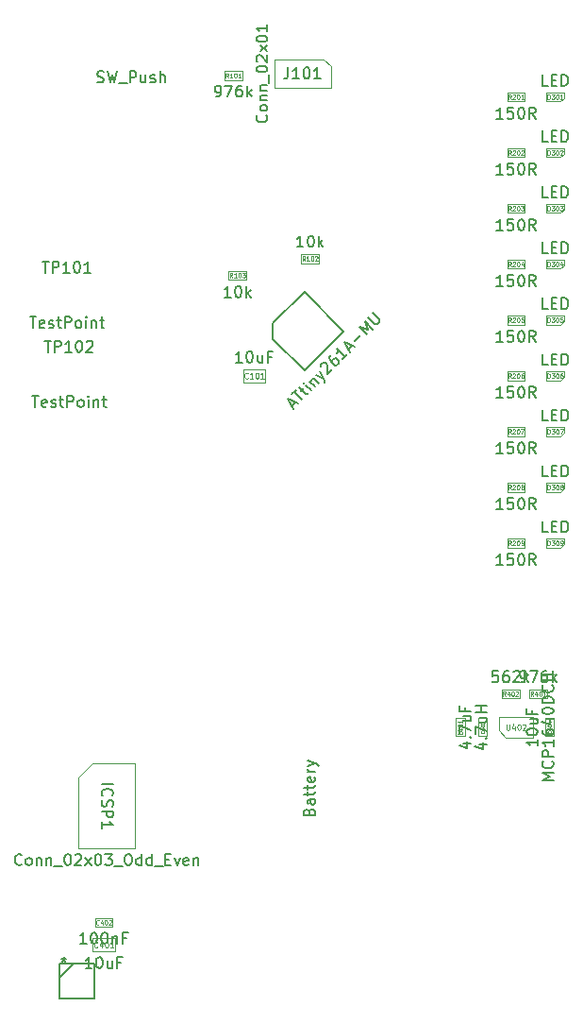
<source format=gbr>
G04 #@! TF.GenerationSoftware,KiCad,Pcbnew,5.0.2-bee76a0~70~ubuntu18.04.1*
G04 #@! TF.CreationDate,2019-03-04T23:14:44-05:00*
G04 #@! TF.ProjectId,BalancingBusinessCardLights,42616c61-6e63-4696-9e67-427573696e65,rev?*
G04 #@! TF.SameCoordinates,Original*
G04 #@! TF.FileFunction,Other,Fab,Top*
%FSLAX46Y46*%
G04 Gerber Fmt 4.6, Leading zero omitted, Abs format (unit mm)*
G04 Created by KiCad (PCBNEW 5.0.2-bee76a0~70~ubuntu18.04.1) date Mon 04 Mar 2019 11:14:44 PM EST*
%MOMM*%
%LPD*%
G01*
G04 APERTURE LIST*
%ADD10C,0.100000*%
%ADD11C,0.152400*%
%ADD12C,0.150000*%
%ADD13C,0.080000*%
%ADD14C,0.060000*%
%ADD15C,0.075000*%
G04 APERTURE END LIST*
D10*
G04 #@! TO.C,C101*
X200000000Y-78400000D02*
X202000000Y-78400000D01*
X200000000Y-79600000D02*
X200000000Y-78400000D01*
X202000000Y-79600000D02*
X200000000Y-79600000D01*
X202000000Y-78400000D02*
X202000000Y-79600000D01*
G04 #@! TO.C,C401*
X188500000Y-130600000D02*
X186500000Y-130600000D01*
X188500000Y-129400000D02*
X188500000Y-130600000D01*
X186500000Y-129400000D02*
X188500000Y-129400000D01*
X186500000Y-130600000D02*
X186500000Y-129400000D01*
G04 #@! TO.C,C402*
X188300000Y-128400000D02*
X186700000Y-128400000D01*
X188300000Y-127600000D02*
X188300000Y-128400000D01*
X186700000Y-127600000D02*
X188300000Y-127600000D01*
X186700000Y-128400000D02*
X186700000Y-127600000D01*
G04 #@! TO.C,D301*
X227200000Y-53600000D02*
X227200000Y-54400000D01*
X228800000Y-53600000D02*
X227200000Y-53600000D01*
X228800000Y-54100000D02*
X228800000Y-53600000D01*
X228500000Y-54400000D02*
X228800000Y-54100000D01*
X227200000Y-54400000D02*
X228500000Y-54400000D01*
G04 #@! TO.C,D302*
X227200000Y-58600000D02*
X227200000Y-59400000D01*
X228800000Y-58600000D02*
X227200000Y-58600000D01*
X228800000Y-59100000D02*
X228800000Y-58600000D01*
X228500000Y-59400000D02*
X228800000Y-59100000D01*
X227200000Y-59400000D02*
X228500000Y-59400000D01*
G04 #@! TO.C,D303*
X227200000Y-63600000D02*
X227200000Y-64400000D01*
X228800000Y-63600000D02*
X227200000Y-63600000D01*
X228800000Y-64100000D02*
X228800000Y-63600000D01*
X228500000Y-64400000D02*
X228800000Y-64100000D01*
X227200000Y-64400000D02*
X228500000Y-64400000D01*
G04 #@! TO.C,D304*
X227200000Y-68600000D02*
X227200000Y-69400000D01*
X228800000Y-68600000D02*
X227200000Y-68600000D01*
X228800000Y-69100000D02*
X228800000Y-68600000D01*
X228500000Y-69400000D02*
X228800000Y-69100000D01*
X227200000Y-69400000D02*
X228500000Y-69400000D01*
G04 #@! TO.C,D305*
X227200000Y-73600000D02*
X227200000Y-74400000D01*
X228800000Y-73600000D02*
X227200000Y-73600000D01*
X228800000Y-74100000D02*
X228800000Y-73600000D01*
X228500000Y-74400000D02*
X228800000Y-74100000D01*
X227200000Y-74400000D02*
X228500000Y-74400000D01*
G04 #@! TO.C,D306*
X227200000Y-78600000D02*
X227200000Y-79400000D01*
X228800000Y-78600000D02*
X227200000Y-78600000D01*
X228800000Y-79100000D02*
X228800000Y-78600000D01*
X228500000Y-79400000D02*
X228800000Y-79100000D01*
X227200000Y-79400000D02*
X228500000Y-79400000D01*
G04 #@! TO.C,D307*
X227200000Y-83600000D02*
X227200000Y-84400000D01*
X228800000Y-83600000D02*
X227200000Y-83600000D01*
X228800000Y-84100000D02*
X228800000Y-83600000D01*
X228500000Y-84400000D02*
X228800000Y-84100000D01*
X227200000Y-84400000D02*
X228500000Y-84400000D01*
G04 #@! TO.C,D308*
X227200000Y-88600000D02*
X227200000Y-89400000D01*
X228800000Y-88600000D02*
X227200000Y-88600000D01*
X228800000Y-89100000D02*
X228800000Y-88600000D01*
X228500000Y-89400000D02*
X228800000Y-89100000D01*
X227200000Y-89400000D02*
X228500000Y-89400000D01*
G04 #@! TO.C,D309*
X227200000Y-93600000D02*
X227200000Y-94400000D01*
X228800000Y-93600000D02*
X227200000Y-93600000D01*
X228800000Y-94100000D02*
X228800000Y-93600000D01*
X228500000Y-94400000D02*
X228800000Y-94100000D01*
X227200000Y-94400000D02*
X228500000Y-94400000D01*
G04 #@! TO.C,ICSP1*
X185230000Y-115000000D02*
X186500000Y-113730000D01*
X185230000Y-121350000D02*
X185230000Y-115000000D01*
X190310000Y-121350000D02*
X185230000Y-121350000D01*
X190310000Y-113730000D02*
X190310000Y-121350000D01*
X186500000Y-113730000D02*
X190310000Y-113730000D01*
D11*
G04 #@! TO.C,U401*
X183500201Y-131680201D02*
X183500201Y-134829801D01*
X186649801Y-131680201D02*
X183500201Y-131680201D01*
X186649801Y-134829801D02*
X186649801Y-131680201D01*
X183500201Y-134829801D02*
X186649801Y-134829801D01*
X183500201Y-132950201D02*
X184770201Y-131680201D01*
D10*
G04 #@! TO.C,C403*
X221100000Y-109700000D02*
X221900000Y-109700000D01*
X221100000Y-111300000D02*
X221100000Y-109700000D01*
X221900000Y-111300000D02*
X221100000Y-111300000D01*
X221900000Y-109700000D02*
X221900000Y-111300000D01*
G04 #@! TO.C,C404*
X227900000Y-109700000D02*
X227900000Y-111300000D01*
X227900000Y-111300000D02*
X227100000Y-111300000D01*
X227100000Y-111300000D02*
X227100000Y-109700000D01*
X227100000Y-109700000D02*
X227900000Y-109700000D01*
G04 #@! TO.C,L401*
X219100000Y-111300000D02*
X219100000Y-109700000D01*
X219100000Y-109700000D02*
X219900000Y-109700000D01*
X219900000Y-109700000D02*
X219900000Y-111300000D01*
X219900000Y-111300000D02*
X219100000Y-111300000D01*
G04 #@! TO.C,R201*
X223700000Y-53600000D02*
X225300000Y-53600000D01*
X225300000Y-53600000D02*
X225300000Y-54400000D01*
X225300000Y-54400000D02*
X223700000Y-54400000D01*
X223700000Y-54400000D02*
X223700000Y-53600000D01*
G04 #@! TO.C,R202*
X223700000Y-59400000D02*
X223700000Y-58600000D01*
X225300000Y-59400000D02*
X223700000Y-59400000D01*
X225300000Y-58600000D02*
X225300000Y-59400000D01*
X223700000Y-58600000D02*
X225300000Y-58600000D01*
G04 #@! TO.C,R203*
X223700000Y-63600000D02*
X225300000Y-63600000D01*
X225300000Y-63600000D02*
X225300000Y-64400000D01*
X225300000Y-64400000D02*
X223700000Y-64400000D01*
X223700000Y-64400000D02*
X223700000Y-63600000D01*
G04 #@! TO.C,R204*
X223700000Y-69400000D02*
X223700000Y-68600000D01*
X225300000Y-69400000D02*
X223700000Y-69400000D01*
X225300000Y-68600000D02*
X225300000Y-69400000D01*
X223700000Y-68600000D02*
X225300000Y-68600000D01*
G04 #@! TO.C,R205*
X223700000Y-73600000D02*
X225300000Y-73600000D01*
X225300000Y-73600000D02*
X225300000Y-74400000D01*
X225300000Y-74400000D02*
X223700000Y-74400000D01*
X223700000Y-74400000D02*
X223700000Y-73600000D01*
G04 #@! TO.C,R206*
X223700000Y-79400000D02*
X223700000Y-78600000D01*
X225300000Y-79400000D02*
X223700000Y-79400000D01*
X225300000Y-78600000D02*
X225300000Y-79400000D01*
X223700000Y-78600000D02*
X225300000Y-78600000D01*
G04 #@! TO.C,R207*
X223700000Y-83600000D02*
X225300000Y-83600000D01*
X225300000Y-83600000D02*
X225300000Y-84400000D01*
X225300000Y-84400000D02*
X223700000Y-84400000D01*
X223700000Y-84400000D02*
X223700000Y-83600000D01*
G04 #@! TO.C,R208*
X223700000Y-89400000D02*
X223700000Y-88600000D01*
X225300000Y-89400000D02*
X223700000Y-89400000D01*
X225300000Y-88600000D02*
X225300000Y-89400000D01*
X223700000Y-88600000D02*
X225300000Y-88600000D01*
G04 #@! TO.C,R209*
X223700000Y-94400000D02*
X223700000Y-93600000D01*
X225300000Y-94400000D02*
X223700000Y-94400000D01*
X225300000Y-93600000D02*
X225300000Y-94400000D01*
X223700000Y-93600000D02*
X225300000Y-93600000D01*
G04 #@! TO.C,R401*
X227300000Y-107900000D02*
X225700000Y-107900000D01*
X225700000Y-107900000D02*
X225700000Y-107100000D01*
X225700000Y-107100000D02*
X227300000Y-107100000D01*
X227300000Y-107100000D02*
X227300000Y-107900000D01*
G04 #@! TO.C,R402*
X224800000Y-107100000D02*
X224800000Y-107900000D01*
X223200000Y-107100000D02*
X224800000Y-107100000D01*
X223200000Y-107900000D02*
X223200000Y-107100000D01*
X224800000Y-107900000D02*
X223200000Y-107900000D01*
D12*
G04 #@! TO.C,U101*
X202671573Y-75707107D02*
X202671573Y-74292893D01*
X205500000Y-78535534D02*
X202671573Y-75707107D01*
X209035534Y-75000000D02*
X205500000Y-78535534D01*
X205500000Y-71464466D02*
X209035534Y-75000000D01*
X202671573Y-74292893D02*
X205500000Y-71464466D01*
D10*
G04 #@! TO.C,U402*
X222950000Y-109600000D02*
X226050000Y-109600000D01*
X226050000Y-109600000D02*
X226050000Y-111400000D01*
X223600000Y-111400000D02*
X226050000Y-111400000D01*
X222950000Y-109600000D02*
X222950000Y-110750000D01*
X223600000Y-111400000D02*
X222950000Y-110750000D01*
G04 #@! TO.C,R102*
X206800000Y-68900000D02*
X205200000Y-68900000D01*
X205200000Y-68900000D02*
X205200000Y-68100000D01*
X205200000Y-68100000D02*
X206800000Y-68100000D01*
X206800000Y-68100000D02*
X206800000Y-68900000D01*
G04 #@! TO.C,R103*
X198700000Y-70400000D02*
X198700000Y-69600000D01*
X200300000Y-70400000D02*
X198700000Y-70400000D01*
X200300000Y-69600000D02*
X200300000Y-70400000D01*
X198700000Y-69600000D02*
X200300000Y-69600000D01*
G04 #@! TO.C,J101*
X207870000Y-51265000D02*
X207870000Y-53170000D01*
X207870000Y-53170000D02*
X202790000Y-53170000D01*
X202790000Y-53170000D02*
X202790000Y-50630000D01*
X202790000Y-50630000D02*
X207235000Y-50630000D01*
X207235000Y-50630000D02*
X207870000Y-51265000D01*
G04 #@! TO.C,R101*
X198312500Y-52500000D02*
X198312500Y-51700000D01*
X198312500Y-51700000D02*
X199912500Y-51700000D01*
X199912500Y-51700000D02*
X199912500Y-52500000D01*
X199912500Y-52500000D02*
X198312500Y-52500000D01*
G04 #@! TD*
G04 #@! TO.C,BT101*
D12*
X205928571Y-118071428D02*
X205976190Y-117928571D01*
X206023809Y-117880952D01*
X206119047Y-117833333D01*
X206261904Y-117833333D01*
X206357142Y-117880952D01*
X206404761Y-117928571D01*
X206452380Y-118023809D01*
X206452380Y-118404761D01*
X205452380Y-118404761D01*
X205452380Y-118071428D01*
X205500000Y-117976190D01*
X205547619Y-117928571D01*
X205642857Y-117880952D01*
X205738095Y-117880952D01*
X205833333Y-117928571D01*
X205880952Y-117976190D01*
X205928571Y-118071428D01*
X205928571Y-118404761D01*
X206452380Y-116976190D02*
X205928571Y-116976190D01*
X205833333Y-117023809D01*
X205785714Y-117119047D01*
X205785714Y-117309523D01*
X205833333Y-117404761D01*
X206404761Y-116976190D02*
X206452380Y-117071428D01*
X206452380Y-117309523D01*
X206404761Y-117404761D01*
X206309523Y-117452380D01*
X206214285Y-117452380D01*
X206119047Y-117404761D01*
X206071428Y-117309523D01*
X206071428Y-117071428D01*
X206023809Y-116976190D01*
X205785714Y-116642857D02*
X205785714Y-116261904D01*
X205452380Y-116500000D02*
X206309523Y-116500000D01*
X206404761Y-116452380D01*
X206452380Y-116357142D01*
X206452380Y-116261904D01*
X205785714Y-116071428D02*
X205785714Y-115690476D01*
X205452380Y-115928571D02*
X206309523Y-115928571D01*
X206404761Y-115880952D01*
X206452380Y-115785714D01*
X206452380Y-115690476D01*
X206404761Y-114976190D02*
X206452380Y-115071428D01*
X206452380Y-115261904D01*
X206404761Y-115357142D01*
X206309523Y-115404761D01*
X205928571Y-115404761D01*
X205833333Y-115357142D01*
X205785714Y-115261904D01*
X205785714Y-115071428D01*
X205833333Y-114976190D01*
X205928571Y-114928571D01*
X206023809Y-114928571D01*
X206119047Y-115404761D01*
X206452380Y-114500000D02*
X205785714Y-114500000D01*
X205976190Y-114500000D02*
X205880952Y-114452380D01*
X205833333Y-114404761D01*
X205785714Y-114309523D01*
X205785714Y-114214285D01*
X205785714Y-113976190D02*
X206452380Y-113738095D01*
X205785714Y-113500000D02*
X206452380Y-113738095D01*
X206690476Y-113833333D01*
X206738095Y-113880952D01*
X206785714Y-113976190D01*
G04 #@! TO.C,C101*
X199928571Y-77802380D02*
X199357142Y-77802380D01*
X199642857Y-77802380D02*
X199642857Y-76802380D01*
X199547619Y-76945238D01*
X199452380Y-77040476D01*
X199357142Y-77088095D01*
X200547619Y-76802380D02*
X200642857Y-76802380D01*
X200738095Y-76850000D01*
X200785714Y-76897619D01*
X200833333Y-76992857D01*
X200880952Y-77183333D01*
X200880952Y-77421428D01*
X200833333Y-77611904D01*
X200785714Y-77707142D01*
X200738095Y-77754761D01*
X200642857Y-77802380D01*
X200547619Y-77802380D01*
X200452380Y-77754761D01*
X200404761Y-77707142D01*
X200357142Y-77611904D01*
X200309523Y-77421428D01*
X200309523Y-77183333D01*
X200357142Y-76992857D01*
X200404761Y-76897619D01*
X200452380Y-76850000D01*
X200547619Y-76802380D01*
X201738095Y-77135714D02*
X201738095Y-77802380D01*
X201309523Y-77135714D02*
X201309523Y-77659523D01*
X201357142Y-77754761D01*
X201452380Y-77802380D01*
X201595238Y-77802380D01*
X201690476Y-77754761D01*
X201738095Y-77707142D01*
X202547619Y-77278571D02*
X202214285Y-77278571D01*
X202214285Y-77802380D02*
X202214285Y-76802380D01*
X202690476Y-76802380D01*
D13*
X200440476Y-79178571D02*
X200416666Y-79202380D01*
X200345238Y-79226190D01*
X200297619Y-79226190D01*
X200226190Y-79202380D01*
X200178571Y-79154761D01*
X200154761Y-79107142D01*
X200130952Y-79011904D01*
X200130952Y-78940476D01*
X200154761Y-78845238D01*
X200178571Y-78797619D01*
X200226190Y-78750000D01*
X200297619Y-78726190D01*
X200345238Y-78726190D01*
X200416666Y-78750000D01*
X200440476Y-78773809D01*
X200916666Y-79226190D02*
X200630952Y-79226190D01*
X200773809Y-79226190D02*
X200773809Y-78726190D01*
X200726190Y-78797619D01*
X200678571Y-78845238D01*
X200630952Y-78869047D01*
X201226190Y-78726190D02*
X201273809Y-78726190D01*
X201321428Y-78750000D01*
X201345238Y-78773809D01*
X201369047Y-78821428D01*
X201392857Y-78916666D01*
X201392857Y-79035714D01*
X201369047Y-79130952D01*
X201345238Y-79178571D01*
X201321428Y-79202380D01*
X201273809Y-79226190D01*
X201226190Y-79226190D01*
X201178571Y-79202380D01*
X201154761Y-79178571D01*
X201130952Y-79130952D01*
X201107142Y-79035714D01*
X201107142Y-78916666D01*
X201130952Y-78821428D01*
X201154761Y-78773809D01*
X201178571Y-78750000D01*
X201226190Y-78726190D01*
X201869047Y-79226190D02*
X201583333Y-79226190D01*
X201726190Y-79226190D02*
X201726190Y-78726190D01*
X201678571Y-78797619D01*
X201630952Y-78845238D01*
X201583333Y-78869047D01*
G04 #@! TO.C,C401*
D12*
X186428571Y-132102380D02*
X185857142Y-132102380D01*
X186142857Y-132102380D02*
X186142857Y-131102380D01*
X186047619Y-131245238D01*
X185952380Y-131340476D01*
X185857142Y-131388095D01*
X187047619Y-131102380D02*
X187142857Y-131102380D01*
X187238095Y-131150000D01*
X187285714Y-131197619D01*
X187333333Y-131292857D01*
X187380952Y-131483333D01*
X187380952Y-131721428D01*
X187333333Y-131911904D01*
X187285714Y-132007142D01*
X187238095Y-132054761D01*
X187142857Y-132102380D01*
X187047619Y-132102380D01*
X186952380Y-132054761D01*
X186904761Y-132007142D01*
X186857142Y-131911904D01*
X186809523Y-131721428D01*
X186809523Y-131483333D01*
X186857142Y-131292857D01*
X186904761Y-131197619D01*
X186952380Y-131150000D01*
X187047619Y-131102380D01*
X188238095Y-131435714D02*
X188238095Y-132102380D01*
X187809523Y-131435714D02*
X187809523Y-131959523D01*
X187857142Y-132054761D01*
X187952380Y-132102380D01*
X188095238Y-132102380D01*
X188190476Y-132054761D01*
X188238095Y-132007142D01*
X189047619Y-131578571D02*
X188714285Y-131578571D01*
X188714285Y-132102380D02*
X188714285Y-131102380D01*
X189190476Y-131102380D01*
D13*
X186940476Y-130178571D02*
X186916666Y-130202380D01*
X186845238Y-130226190D01*
X186797619Y-130226190D01*
X186726190Y-130202380D01*
X186678571Y-130154761D01*
X186654761Y-130107142D01*
X186630952Y-130011904D01*
X186630952Y-129940476D01*
X186654761Y-129845238D01*
X186678571Y-129797619D01*
X186726190Y-129750000D01*
X186797619Y-129726190D01*
X186845238Y-129726190D01*
X186916666Y-129750000D01*
X186940476Y-129773809D01*
X187369047Y-129892857D02*
X187369047Y-130226190D01*
X187250000Y-129702380D02*
X187130952Y-130059523D01*
X187440476Y-130059523D01*
X187726190Y-129726190D02*
X187773809Y-129726190D01*
X187821428Y-129750000D01*
X187845238Y-129773809D01*
X187869047Y-129821428D01*
X187892857Y-129916666D01*
X187892857Y-130035714D01*
X187869047Y-130130952D01*
X187845238Y-130178571D01*
X187821428Y-130202380D01*
X187773809Y-130226190D01*
X187726190Y-130226190D01*
X187678571Y-130202380D01*
X187654761Y-130178571D01*
X187630952Y-130130952D01*
X187607142Y-130035714D01*
X187607142Y-129916666D01*
X187630952Y-129821428D01*
X187654761Y-129773809D01*
X187678571Y-129750000D01*
X187726190Y-129726190D01*
X188369047Y-130226190D02*
X188083333Y-130226190D01*
X188226190Y-130226190D02*
X188226190Y-129726190D01*
X188178571Y-129797619D01*
X188130952Y-129845238D01*
X188083333Y-129869047D01*
G04 #@! TO.C,C402*
D12*
X185952380Y-129882380D02*
X185380952Y-129882380D01*
X185666666Y-129882380D02*
X185666666Y-128882380D01*
X185571428Y-129025238D01*
X185476190Y-129120476D01*
X185380952Y-129168095D01*
X186571428Y-128882380D02*
X186666666Y-128882380D01*
X186761904Y-128930000D01*
X186809523Y-128977619D01*
X186857142Y-129072857D01*
X186904761Y-129263333D01*
X186904761Y-129501428D01*
X186857142Y-129691904D01*
X186809523Y-129787142D01*
X186761904Y-129834761D01*
X186666666Y-129882380D01*
X186571428Y-129882380D01*
X186476190Y-129834761D01*
X186428571Y-129787142D01*
X186380952Y-129691904D01*
X186333333Y-129501428D01*
X186333333Y-129263333D01*
X186380952Y-129072857D01*
X186428571Y-128977619D01*
X186476190Y-128930000D01*
X186571428Y-128882380D01*
X187523809Y-128882380D02*
X187619047Y-128882380D01*
X187714285Y-128930000D01*
X187761904Y-128977619D01*
X187809523Y-129072857D01*
X187857142Y-129263333D01*
X187857142Y-129501428D01*
X187809523Y-129691904D01*
X187761904Y-129787142D01*
X187714285Y-129834761D01*
X187619047Y-129882380D01*
X187523809Y-129882380D01*
X187428571Y-129834761D01*
X187380952Y-129787142D01*
X187333333Y-129691904D01*
X187285714Y-129501428D01*
X187285714Y-129263333D01*
X187333333Y-129072857D01*
X187380952Y-128977619D01*
X187428571Y-128930000D01*
X187523809Y-128882380D01*
X188285714Y-129215714D02*
X188285714Y-129882380D01*
X188285714Y-129310952D02*
X188333333Y-129263333D01*
X188428571Y-129215714D01*
X188571428Y-129215714D01*
X188666666Y-129263333D01*
X188714285Y-129358571D01*
X188714285Y-129882380D01*
X189523809Y-129358571D02*
X189190476Y-129358571D01*
X189190476Y-129882380D02*
X189190476Y-128882380D01*
X189666666Y-128882380D01*
D14*
X187052380Y-128142857D02*
X187033333Y-128161904D01*
X186976190Y-128180952D01*
X186938095Y-128180952D01*
X186880952Y-128161904D01*
X186842857Y-128123809D01*
X186823809Y-128085714D01*
X186804761Y-128009523D01*
X186804761Y-127952380D01*
X186823809Y-127876190D01*
X186842857Y-127838095D01*
X186880952Y-127800000D01*
X186938095Y-127780952D01*
X186976190Y-127780952D01*
X187033333Y-127800000D01*
X187052380Y-127819047D01*
X187395238Y-127914285D02*
X187395238Y-128180952D01*
X187300000Y-127761904D02*
X187204761Y-128047619D01*
X187452380Y-128047619D01*
X187680952Y-127780952D02*
X187719047Y-127780952D01*
X187757142Y-127800000D01*
X187776190Y-127819047D01*
X187795238Y-127857142D01*
X187814285Y-127933333D01*
X187814285Y-128028571D01*
X187795238Y-128104761D01*
X187776190Y-128142857D01*
X187757142Y-128161904D01*
X187719047Y-128180952D01*
X187680952Y-128180952D01*
X187642857Y-128161904D01*
X187623809Y-128142857D01*
X187604761Y-128104761D01*
X187585714Y-128028571D01*
X187585714Y-127933333D01*
X187604761Y-127857142D01*
X187623809Y-127819047D01*
X187642857Y-127800000D01*
X187680952Y-127780952D01*
X187966666Y-127819047D02*
X187985714Y-127800000D01*
X188023809Y-127780952D01*
X188119047Y-127780952D01*
X188157142Y-127800000D01*
X188176190Y-127819047D01*
X188195238Y-127857142D01*
X188195238Y-127895238D01*
X188176190Y-127952380D01*
X187947619Y-128180952D01*
X188195238Y-128180952D01*
G04 #@! TO.C,D301*
D12*
X227357142Y-53022380D02*
X226880952Y-53022380D01*
X226880952Y-52022380D01*
X227690476Y-52498571D02*
X228023809Y-52498571D01*
X228166666Y-53022380D02*
X227690476Y-53022380D01*
X227690476Y-52022380D01*
X228166666Y-52022380D01*
X228595238Y-53022380D02*
X228595238Y-52022380D01*
X228833333Y-52022380D01*
X228976190Y-52070000D01*
X229071428Y-52165238D01*
X229119047Y-52260476D01*
X229166666Y-52450952D01*
X229166666Y-52593809D01*
X229119047Y-52784285D01*
X229071428Y-52879523D01*
X228976190Y-52974761D01*
X228833333Y-53022380D01*
X228595238Y-53022380D01*
D14*
X227323809Y-54180952D02*
X227323809Y-53780952D01*
X227419047Y-53780952D01*
X227476190Y-53800000D01*
X227514285Y-53838095D01*
X227533333Y-53876190D01*
X227552380Y-53952380D01*
X227552380Y-54009523D01*
X227533333Y-54085714D01*
X227514285Y-54123809D01*
X227476190Y-54161904D01*
X227419047Y-54180952D01*
X227323809Y-54180952D01*
X227685714Y-53780952D02*
X227933333Y-53780952D01*
X227800000Y-53933333D01*
X227857142Y-53933333D01*
X227895238Y-53952380D01*
X227914285Y-53971428D01*
X227933333Y-54009523D01*
X227933333Y-54104761D01*
X227914285Y-54142857D01*
X227895238Y-54161904D01*
X227857142Y-54180952D01*
X227742857Y-54180952D01*
X227704761Y-54161904D01*
X227685714Y-54142857D01*
X228180952Y-53780952D02*
X228219047Y-53780952D01*
X228257142Y-53800000D01*
X228276190Y-53819047D01*
X228295238Y-53857142D01*
X228314285Y-53933333D01*
X228314285Y-54028571D01*
X228295238Y-54104761D01*
X228276190Y-54142857D01*
X228257142Y-54161904D01*
X228219047Y-54180952D01*
X228180952Y-54180952D01*
X228142857Y-54161904D01*
X228123809Y-54142857D01*
X228104761Y-54104761D01*
X228085714Y-54028571D01*
X228085714Y-53933333D01*
X228104761Y-53857142D01*
X228123809Y-53819047D01*
X228142857Y-53800000D01*
X228180952Y-53780952D01*
X228695238Y-54180952D02*
X228466666Y-54180952D01*
X228580952Y-54180952D02*
X228580952Y-53780952D01*
X228542857Y-53838095D01*
X228504761Y-53876190D01*
X228466666Y-53895238D01*
G04 #@! TO.C,D302*
D12*
X227357142Y-58022380D02*
X226880952Y-58022380D01*
X226880952Y-57022380D01*
X227690476Y-57498571D02*
X228023809Y-57498571D01*
X228166666Y-58022380D02*
X227690476Y-58022380D01*
X227690476Y-57022380D01*
X228166666Y-57022380D01*
X228595238Y-58022380D02*
X228595238Y-57022380D01*
X228833333Y-57022380D01*
X228976190Y-57070000D01*
X229071428Y-57165238D01*
X229119047Y-57260476D01*
X229166666Y-57450952D01*
X229166666Y-57593809D01*
X229119047Y-57784285D01*
X229071428Y-57879523D01*
X228976190Y-57974761D01*
X228833333Y-58022380D01*
X228595238Y-58022380D01*
D14*
X227323809Y-59180952D02*
X227323809Y-58780952D01*
X227419047Y-58780952D01*
X227476190Y-58800000D01*
X227514285Y-58838095D01*
X227533333Y-58876190D01*
X227552380Y-58952380D01*
X227552380Y-59009523D01*
X227533333Y-59085714D01*
X227514285Y-59123809D01*
X227476190Y-59161904D01*
X227419047Y-59180952D01*
X227323809Y-59180952D01*
X227685714Y-58780952D02*
X227933333Y-58780952D01*
X227800000Y-58933333D01*
X227857142Y-58933333D01*
X227895238Y-58952380D01*
X227914285Y-58971428D01*
X227933333Y-59009523D01*
X227933333Y-59104761D01*
X227914285Y-59142857D01*
X227895238Y-59161904D01*
X227857142Y-59180952D01*
X227742857Y-59180952D01*
X227704761Y-59161904D01*
X227685714Y-59142857D01*
X228180952Y-58780952D02*
X228219047Y-58780952D01*
X228257142Y-58800000D01*
X228276190Y-58819047D01*
X228295238Y-58857142D01*
X228314285Y-58933333D01*
X228314285Y-59028571D01*
X228295238Y-59104761D01*
X228276190Y-59142857D01*
X228257142Y-59161904D01*
X228219047Y-59180952D01*
X228180952Y-59180952D01*
X228142857Y-59161904D01*
X228123809Y-59142857D01*
X228104761Y-59104761D01*
X228085714Y-59028571D01*
X228085714Y-58933333D01*
X228104761Y-58857142D01*
X228123809Y-58819047D01*
X228142857Y-58800000D01*
X228180952Y-58780952D01*
X228466666Y-58819047D02*
X228485714Y-58800000D01*
X228523809Y-58780952D01*
X228619047Y-58780952D01*
X228657142Y-58800000D01*
X228676190Y-58819047D01*
X228695238Y-58857142D01*
X228695238Y-58895238D01*
X228676190Y-58952380D01*
X228447619Y-59180952D01*
X228695238Y-59180952D01*
G04 #@! TO.C,D303*
D12*
X227357142Y-63022380D02*
X226880952Y-63022380D01*
X226880952Y-62022380D01*
X227690476Y-62498571D02*
X228023809Y-62498571D01*
X228166666Y-63022380D02*
X227690476Y-63022380D01*
X227690476Y-62022380D01*
X228166666Y-62022380D01*
X228595238Y-63022380D02*
X228595238Y-62022380D01*
X228833333Y-62022380D01*
X228976190Y-62070000D01*
X229071428Y-62165238D01*
X229119047Y-62260476D01*
X229166666Y-62450952D01*
X229166666Y-62593809D01*
X229119047Y-62784285D01*
X229071428Y-62879523D01*
X228976190Y-62974761D01*
X228833333Y-63022380D01*
X228595238Y-63022380D01*
D14*
X227323809Y-64180952D02*
X227323809Y-63780952D01*
X227419047Y-63780952D01*
X227476190Y-63800000D01*
X227514285Y-63838095D01*
X227533333Y-63876190D01*
X227552380Y-63952380D01*
X227552380Y-64009523D01*
X227533333Y-64085714D01*
X227514285Y-64123809D01*
X227476190Y-64161904D01*
X227419047Y-64180952D01*
X227323809Y-64180952D01*
X227685714Y-63780952D02*
X227933333Y-63780952D01*
X227800000Y-63933333D01*
X227857142Y-63933333D01*
X227895238Y-63952380D01*
X227914285Y-63971428D01*
X227933333Y-64009523D01*
X227933333Y-64104761D01*
X227914285Y-64142857D01*
X227895238Y-64161904D01*
X227857142Y-64180952D01*
X227742857Y-64180952D01*
X227704761Y-64161904D01*
X227685714Y-64142857D01*
X228180952Y-63780952D02*
X228219047Y-63780952D01*
X228257142Y-63800000D01*
X228276190Y-63819047D01*
X228295238Y-63857142D01*
X228314285Y-63933333D01*
X228314285Y-64028571D01*
X228295238Y-64104761D01*
X228276190Y-64142857D01*
X228257142Y-64161904D01*
X228219047Y-64180952D01*
X228180952Y-64180952D01*
X228142857Y-64161904D01*
X228123809Y-64142857D01*
X228104761Y-64104761D01*
X228085714Y-64028571D01*
X228085714Y-63933333D01*
X228104761Y-63857142D01*
X228123809Y-63819047D01*
X228142857Y-63800000D01*
X228180952Y-63780952D01*
X228447619Y-63780952D02*
X228695238Y-63780952D01*
X228561904Y-63933333D01*
X228619047Y-63933333D01*
X228657142Y-63952380D01*
X228676190Y-63971428D01*
X228695238Y-64009523D01*
X228695238Y-64104761D01*
X228676190Y-64142857D01*
X228657142Y-64161904D01*
X228619047Y-64180952D01*
X228504761Y-64180952D01*
X228466666Y-64161904D01*
X228447619Y-64142857D01*
G04 #@! TO.C,D304*
D12*
X227357142Y-68022380D02*
X226880952Y-68022380D01*
X226880952Y-67022380D01*
X227690476Y-67498571D02*
X228023809Y-67498571D01*
X228166666Y-68022380D02*
X227690476Y-68022380D01*
X227690476Y-67022380D01*
X228166666Y-67022380D01*
X228595238Y-68022380D02*
X228595238Y-67022380D01*
X228833333Y-67022380D01*
X228976190Y-67070000D01*
X229071428Y-67165238D01*
X229119047Y-67260476D01*
X229166666Y-67450952D01*
X229166666Y-67593809D01*
X229119047Y-67784285D01*
X229071428Y-67879523D01*
X228976190Y-67974761D01*
X228833333Y-68022380D01*
X228595238Y-68022380D01*
D14*
X227323809Y-69180952D02*
X227323809Y-68780952D01*
X227419047Y-68780952D01*
X227476190Y-68800000D01*
X227514285Y-68838095D01*
X227533333Y-68876190D01*
X227552380Y-68952380D01*
X227552380Y-69009523D01*
X227533333Y-69085714D01*
X227514285Y-69123809D01*
X227476190Y-69161904D01*
X227419047Y-69180952D01*
X227323809Y-69180952D01*
X227685714Y-68780952D02*
X227933333Y-68780952D01*
X227800000Y-68933333D01*
X227857142Y-68933333D01*
X227895238Y-68952380D01*
X227914285Y-68971428D01*
X227933333Y-69009523D01*
X227933333Y-69104761D01*
X227914285Y-69142857D01*
X227895238Y-69161904D01*
X227857142Y-69180952D01*
X227742857Y-69180952D01*
X227704761Y-69161904D01*
X227685714Y-69142857D01*
X228180952Y-68780952D02*
X228219047Y-68780952D01*
X228257142Y-68800000D01*
X228276190Y-68819047D01*
X228295238Y-68857142D01*
X228314285Y-68933333D01*
X228314285Y-69028571D01*
X228295238Y-69104761D01*
X228276190Y-69142857D01*
X228257142Y-69161904D01*
X228219047Y-69180952D01*
X228180952Y-69180952D01*
X228142857Y-69161904D01*
X228123809Y-69142857D01*
X228104761Y-69104761D01*
X228085714Y-69028571D01*
X228085714Y-68933333D01*
X228104761Y-68857142D01*
X228123809Y-68819047D01*
X228142857Y-68800000D01*
X228180952Y-68780952D01*
X228657142Y-68914285D02*
X228657142Y-69180952D01*
X228561904Y-68761904D02*
X228466666Y-69047619D01*
X228714285Y-69047619D01*
G04 #@! TO.C,D305*
D12*
X227357142Y-73022380D02*
X226880952Y-73022380D01*
X226880952Y-72022380D01*
X227690476Y-72498571D02*
X228023809Y-72498571D01*
X228166666Y-73022380D02*
X227690476Y-73022380D01*
X227690476Y-72022380D01*
X228166666Y-72022380D01*
X228595238Y-73022380D02*
X228595238Y-72022380D01*
X228833333Y-72022380D01*
X228976190Y-72070000D01*
X229071428Y-72165238D01*
X229119047Y-72260476D01*
X229166666Y-72450952D01*
X229166666Y-72593809D01*
X229119047Y-72784285D01*
X229071428Y-72879523D01*
X228976190Y-72974761D01*
X228833333Y-73022380D01*
X228595238Y-73022380D01*
D14*
X227323809Y-74180952D02*
X227323809Y-73780952D01*
X227419047Y-73780952D01*
X227476190Y-73800000D01*
X227514285Y-73838095D01*
X227533333Y-73876190D01*
X227552380Y-73952380D01*
X227552380Y-74009523D01*
X227533333Y-74085714D01*
X227514285Y-74123809D01*
X227476190Y-74161904D01*
X227419047Y-74180952D01*
X227323809Y-74180952D01*
X227685714Y-73780952D02*
X227933333Y-73780952D01*
X227800000Y-73933333D01*
X227857142Y-73933333D01*
X227895238Y-73952380D01*
X227914285Y-73971428D01*
X227933333Y-74009523D01*
X227933333Y-74104761D01*
X227914285Y-74142857D01*
X227895238Y-74161904D01*
X227857142Y-74180952D01*
X227742857Y-74180952D01*
X227704761Y-74161904D01*
X227685714Y-74142857D01*
X228180952Y-73780952D02*
X228219047Y-73780952D01*
X228257142Y-73800000D01*
X228276190Y-73819047D01*
X228295238Y-73857142D01*
X228314285Y-73933333D01*
X228314285Y-74028571D01*
X228295238Y-74104761D01*
X228276190Y-74142857D01*
X228257142Y-74161904D01*
X228219047Y-74180952D01*
X228180952Y-74180952D01*
X228142857Y-74161904D01*
X228123809Y-74142857D01*
X228104761Y-74104761D01*
X228085714Y-74028571D01*
X228085714Y-73933333D01*
X228104761Y-73857142D01*
X228123809Y-73819047D01*
X228142857Y-73800000D01*
X228180952Y-73780952D01*
X228676190Y-73780952D02*
X228485714Y-73780952D01*
X228466666Y-73971428D01*
X228485714Y-73952380D01*
X228523809Y-73933333D01*
X228619047Y-73933333D01*
X228657142Y-73952380D01*
X228676190Y-73971428D01*
X228695238Y-74009523D01*
X228695238Y-74104761D01*
X228676190Y-74142857D01*
X228657142Y-74161904D01*
X228619047Y-74180952D01*
X228523809Y-74180952D01*
X228485714Y-74161904D01*
X228466666Y-74142857D01*
G04 #@! TO.C,D306*
D12*
X227357142Y-78022380D02*
X226880952Y-78022380D01*
X226880952Y-77022380D01*
X227690476Y-77498571D02*
X228023809Y-77498571D01*
X228166666Y-78022380D02*
X227690476Y-78022380D01*
X227690476Y-77022380D01*
X228166666Y-77022380D01*
X228595238Y-78022380D02*
X228595238Y-77022380D01*
X228833333Y-77022380D01*
X228976190Y-77070000D01*
X229071428Y-77165238D01*
X229119047Y-77260476D01*
X229166666Y-77450952D01*
X229166666Y-77593809D01*
X229119047Y-77784285D01*
X229071428Y-77879523D01*
X228976190Y-77974761D01*
X228833333Y-78022380D01*
X228595238Y-78022380D01*
D14*
X227323809Y-79180952D02*
X227323809Y-78780952D01*
X227419047Y-78780952D01*
X227476190Y-78800000D01*
X227514285Y-78838095D01*
X227533333Y-78876190D01*
X227552380Y-78952380D01*
X227552380Y-79009523D01*
X227533333Y-79085714D01*
X227514285Y-79123809D01*
X227476190Y-79161904D01*
X227419047Y-79180952D01*
X227323809Y-79180952D01*
X227685714Y-78780952D02*
X227933333Y-78780952D01*
X227800000Y-78933333D01*
X227857142Y-78933333D01*
X227895238Y-78952380D01*
X227914285Y-78971428D01*
X227933333Y-79009523D01*
X227933333Y-79104761D01*
X227914285Y-79142857D01*
X227895238Y-79161904D01*
X227857142Y-79180952D01*
X227742857Y-79180952D01*
X227704761Y-79161904D01*
X227685714Y-79142857D01*
X228180952Y-78780952D02*
X228219047Y-78780952D01*
X228257142Y-78800000D01*
X228276190Y-78819047D01*
X228295238Y-78857142D01*
X228314285Y-78933333D01*
X228314285Y-79028571D01*
X228295238Y-79104761D01*
X228276190Y-79142857D01*
X228257142Y-79161904D01*
X228219047Y-79180952D01*
X228180952Y-79180952D01*
X228142857Y-79161904D01*
X228123809Y-79142857D01*
X228104761Y-79104761D01*
X228085714Y-79028571D01*
X228085714Y-78933333D01*
X228104761Y-78857142D01*
X228123809Y-78819047D01*
X228142857Y-78800000D01*
X228180952Y-78780952D01*
X228657142Y-78780952D02*
X228580952Y-78780952D01*
X228542857Y-78800000D01*
X228523809Y-78819047D01*
X228485714Y-78876190D01*
X228466666Y-78952380D01*
X228466666Y-79104761D01*
X228485714Y-79142857D01*
X228504761Y-79161904D01*
X228542857Y-79180952D01*
X228619047Y-79180952D01*
X228657142Y-79161904D01*
X228676190Y-79142857D01*
X228695238Y-79104761D01*
X228695238Y-79009523D01*
X228676190Y-78971428D01*
X228657142Y-78952380D01*
X228619047Y-78933333D01*
X228542857Y-78933333D01*
X228504761Y-78952380D01*
X228485714Y-78971428D01*
X228466666Y-79009523D01*
G04 #@! TO.C,D307*
D12*
X227357142Y-83022380D02*
X226880952Y-83022380D01*
X226880952Y-82022380D01*
X227690476Y-82498571D02*
X228023809Y-82498571D01*
X228166666Y-83022380D02*
X227690476Y-83022380D01*
X227690476Y-82022380D01*
X228166666Y-82022380D01*
X228595238Y-83022380D02*
X228595238Y-82022380D01*
X228833333Y-82022380D01*
X228976190Y-82070000D01*
X229071428Y-82165238D01*
X229119047Y-82260476D01*
X229166666Y-82450952D01*
X229166666Y-82593809D01*
X229119047Y-82784285D01*
X229071428Y-82879523D01*
X228976190Y-82974761D01*
X228833333Y-83022380D01*
X228595238Y-83022380D01*
D14*
X227323809Y-84180952D02*
X227323809Y-83780952D01*
X227419047Y-83780952D01*
X227476190Y-83800000D01*
X227514285Y-83838095D01*
X227533333Y-83876190D01*
X227552380Y-83952380D01*
X227552380Y-84009523D01*
X227533333Y-84085714D01*
X227514285Y-84123809D01*
X227476190Y-84161904D01*
X227419047Y-84180952D01*
X227323809Y-84180952D01*
X227685714Y-83780952D02*
X227933333Y-83780952D01*
X227800000Y-83933333D01*
X227857142Y-83933333D01*
X227895238Y-83952380D01*
X227914285Y-83971428D01*
X227933333Y-84009523D01*
X227933333Y-84104761D01*
X227914285Y-84142857D01*
X227895238Y-84161904D01*
X227857142Y-84180952D01*
X227742857Y-84180952D01*
X227704761Y-84161904D01*
X227685714Y-84142857D01*
X228180952Y-83780952D02*
X228219047Y-83780952D01*
X228257142Y-83800000D01*
X228276190Y-83819047D01*
X228295238Y-83857142D01*
X228314285Y-83933333D01*
X228314285Y-84028571D01*
X228295238Y-84104761D01*
X228276190Y-84142857D01*
X228257142Y-84161904D01*
X228219047Y-84180952D01*
X228180952Y-84180952D01*
X228142857Y-84161904D01*
X228123809Y-84142857D01*
X228104761Y-84104761D01*
X228085714Y-84028571D01*
X228085714Y-83933333D01*
X228104761Y-83857142D01*
X228123809Y-83819047D01*
X228142857Y-83800000D01*
X228180952Y-83780952D01*
X228447619Y-83780952D02*
X228714285Y-83780952D01*
X228542857Y-84180952D01*
G04 #@! TO.C,D308*
D12*
X227357142Y-88022380D02*
X226880952Y-88022380D01*
X226880952Y-87022380D01*
X227690476Y-87498571D02*
X228023809Y-87498571D01*
X228166666Y-88022380D02*
X227690476Y-88022380D01*
X227690476Y-87022380D01*
X228166666Y-87022380D01*
X228595238Y-88022380D02*
X228595238Y-87022380D01*
X228833333Y-87022380D01*
X228976190Y-87070000D01*
X229071428Y-87165238D01*
X229119047Y-87260476D01*
X229166666Y-87450952D01*
X229166666Y-87593809D01*
X229119047Y-87784285D01*
X229071428Y-87879523D01*
X228976190Y-87974761D01*
X228833333Y-88022380D01*
X228595238Y-88022380D01*
D14*
X227323809Y-89180952D02*
X227323809Y-88780952D01*
X227419047Y-88780952D01*
X227476190Y-88800000D01*
X227514285Y-88838095D01*
X227533333Y-88876190D01*
X227552380Y-88952380D01*
X227552380Y-89009523D01*
X227533333Y-89085714D01*
X227514285Y-89123809D01*
X227476190Y-89161904D01*
X227419047Y-89180952D01*
X227323809Y-89180952D01*
X227685714Y-88780952D02*
X227933333Y-88780952D01*
X227800000Y-88933333D01*
X227857142Y-88933333D01*
X227895238Y-88952380D01*
X227914285Y-88971428D01*
X227933333Y-89009523D01*
X227933333Y-89104761D01*
X227914285Y-89142857D01*
X227895238Y-89161904D01*
X227857142Y-89180952D01*
X227742857Y-89180952D01*
X227704761Y-89161904D01*
X227685714Y-89142857D01*
X228180952Y-88780952D02*
X228219047Y-88780952D01*
X228257142Y-88800000D01*
X228276190Y-88819047D01*
X228295238Y-88857142D01*
X228314285Y-88933333D01*
X228314285Y-89028571D01*
X228295238Y-89104761D01*
X228276190Y-89142857D01*
X228257142Y-89161904D01*
X228219047Y-89180952D01*
X228180952Y-89180952D01*
X228142857Y-89161904D01*
X228123809Y-89142857D01*
X228104761Y-89104761D01*
X228085714Y-89028571D01*
X228085714Y-88933333D01*
X228104761Y-88857142D01*
X228123809Y-88819047D01*
X228142857Y-88800000D01*
X228180952Y-88780952D01*
X228542857Y-88952380D02*
X228504761Y-88933333D01*
X228485714Y-88914285D01*
X228466666Y-88876190D01*
X228466666Y-88857142D01*
X228485714Y-88819047D01*
X228504761Y-88800000D01*
X228542857Y-88780952D01*
X228619047Y-88780952D01*
X228657142Y-88800000D01*
X228676190Y-88819047D01*
X228695238Y-88857142D01*
X228695238Y-88876190D01*
X228676190Y-88914285D01*
X228657142Y-88933333D01*
X228619047Y-88952380D01*
X228542857Y-88952380D01*
X228504761Y-88971428D01*
X228485714Y-88990476D01*
X228466666Y-89028571D01*
X228466666Y-89104761D01*
X228485714Y-89142857D01*
X228504761Y-89161904D01*
X228542857Y-89180952D01*
X228619047Y-89180952D01*
X228657142Y-89161904D01*
X228676190Y-89142857D01*
X228695238Y-89104761D01*
X228695238Y-89028571D01*
X228676190Y-88990476D01*
X228657142Y-88971428D01*
X228619047Y-88952380D01*
G04 #@! TO.C,D309*
D12*
X227357142Y-93022380D02*
X226880952Y-93022380D01*
X226880952Y-92022380D01*
X227690476Y-92498571D02*
X228023809Y-92498571D01*
X228166666Y-93022380D02*
X227690476Y-93022380D01*
X227690476Y-92022380D01*
X228166666Y-92022380D01*
X228595238Y-93022380D02*
X228595238Y-92022380D01*
X228833333Y-92022380D01*
X228976190Y-92070000D01*
X229071428Y-92165238D01*
X229119047Y-92260476D01*
X229166666Y-92450952D01*
X229166666Y-92593809D01*
X229119047Y-92784285D01*
X229071428Y-92879523D01*
X228976190Y-92974761D01*
X228833333Y-93022380D01*
X228595238Y-93022380D01*
D14*
X227323809Y-94180952D02*
X227323809Y-93780952D01*
X227419047Y-93780952D01*
X227476190Y-93800000D01*
X227514285Y-93838095D01*
X227533333Y-93876190D01*
X227552380Y-93952380D01*
X227552380Y-94009523D01*
X227533333Y-94085714D01*
X227514285Y-94123809D01*
X227476190Y-94161904D01*
X227419047Y-94180952D01*
X227323809Y-94180952D01*
X227685714Y-93780952D02*
X227933333Y-93780952D01*
X227800000Y-93933333D01*
X227857142Y-93933333D01*
X227895238Y-93952380D01*
X227914285Y-93971428D01*
X227933333Y-94009523D01*
X227933333Y-94104761D01*
X227914285Y-94142857D01*
X227895238Y-94161904D01*
X227857142Y-94180952D01*
X227742857Y-94180952D01*
X227704761Y-94161904D01*
X227685714Y-94142857D01*
X228180952Y-93780952D02*
X228219047Y-93780952D01*
X228257142Y-93800000D01*
X228276190Y-93819047D01*
X228295238Y-93857142D01*
X228314285Y-93933333D01*
X228314285Y-94028571D01*
X228295238Y-94104761D01*
X228276190Y-94142857D01*
X228257142Y-94161904D01*
X228219047Y-94180952D01*
X228180952Y-94180952D01*
X228142857Y-94161904D01*
X228123809Y-94142857D01*
X228104761Y-94104761D01*
X228085714Y-94028571D01*
X228085714Y-93933333D01*
X228104761Y-93857142D01*
X228123809Y-93819047D01*
X228142857Y-93800000D01*
X228180952Y-93780952D01*
X228504761Y-94180952D02*
X228580952Y-94180952D01*
X228619047Y-94161904D01*
X228638095Y-94142857D01*
X228676190Y-94085714D01*
X228695238Y-94009523D01*
X228695238Y-93857142D01*
X228676190Y-93819047D01*
X228657142Y-93800000D01*
X228619047Y-93780952D01*
X228542857Y-93780952D01*
X228504761Y-93800000D01*
X228485714Y-93819047D01*
X228466666Y-93857142D01*
X228466666Y-93952380D01*
X228485714Y-93990476D01*
X228504761Y-94009523D01*
X228542857Y-94028571D01*
X228619047Y-94028571D01*
X228657142Y-94009523D01*
X228676190Y-93990476D01*
X228695238Y-93952380D01*
G04 #@! TO.C,ICSP1*
D12*
X180127142Y-122767142D02*
X180079523Y-122814761D01*
X179936666Y-122862380D01*
X179841428Y-122862380D01*
X179698571Y-122814761D01*
X179603333Y-122719523D01*
X179555714Y-122624285D01*
X179508095Y-122433809D01*
X179508095Y-122290952D01*
X179555714Y-122100476D01*
X179603333Y-122005238D01*
X179698571Y-121910000D01*
X179841428Y-121862380D01*
X179936666Y-121862380D01*
X180079523Y-121910000D01*
X180127142Y-121957619D01*
X180698571Y-122862380D02*
X180603333Y-122814761D01*
X180555714Y-122767142D01*
X180508095Y-122671904D01*
X180508095Y-122386190D01*
X180555714Y-122290952D01*
X180603333Y-122243333D01*
X180698571Y-122195714D01*
X180841428Y-122195714D01*
X180936666Y-122243333D01*
X180984285Y-122290952D01*
X181031904Y-122386190D01*
X181031904Y-122671904D01*
X180984285Y-122767142D01*
X180936666Y-122814761D01*
X180841428Y-122862380D01*
X180698571Y-122862380D01*
X181460476Y-122195714D02*
X181460476Y-122862380D01*
X181460476Y-122290952D02*
X181508095Y-122243333D01*
X181603333Y-122195714D01*
X181746190Y-122195714D01*
X181841428Y-122243333D01*
X181889047Y-122338571D01*
X181889047Y-122862380D01*
X182365238Y-122195714D02*
X182365238Y-122862380D01*
X182365238Y-122290952D02*
X182412857Y-122243333D01*
X182508095Y-122195714D01*
X182650952Y-122195714D01*
X182746190Y-122243333D01*
X182793809Y-122338571D01*
X182793809Y-122862380D01*
X183031904Y-122957619D02*
X183793809Y-122957619D01*
X184222380Y-121862380D02*
X184317619Y-121862380D01*
X184412857Y-121910000D01*
X184460476Y-121957619D01*
X184508095Y-122052857D01*
X184555714Y-122243333D01*
X184555714Y-122481428D01*
X184508095Y-122671904D01*
X184460476Y-122767142D01*
X184412857Y-122814761D01*
X184317619Y-122862380D01*
X184222380Y-122862380D01*
X184127142Y-122814761D01*
X184079523Y-122767142D01*
X184031904Y-122671904D01*
X183984285Y-122481428D01*
X183984285Y-122243333D01*
X184031904Y-122052857D01*
X184079523Y-121957619D01*
X184127142Y-121910000D01*
X184222380Y-121862380D01*
X184936666Y-121957619D02*
X184984285Y-121910000D01*
X185079523Y-121862380D01*
X185317619Y-121862380D01*
X185412857Y-121910000D01*
X185460476Y-121957619D01*
X185508095Y-122052857D01*
X185508095Y-122148095D01*
X185460476Y-122290952D01*
X184889047Y-122862380D01*
X185508095Y-122862380D01*
X185841428Y-122862380D02*
X186365238Y-122195714D01*
X185841428Y-122195714D02*
X186365238Y-122862380D01*
X186936666Y-121862380D02*
X187031904Y-121862380D01*
X187127142Y-121910000D01*
X187174761Y-121957619D01*
X187222380Y-122052857D01*
X187270000Y-122243333D01*
X187270000Y-122481428D01*
X187222380Y-122671904D01*
X187174761Y-122767142D01*
X187127142Y-122814761D01*
X187031904Y-122862380D01*
X186936666Y-122862380D01*
X186841428Y-122814761D01*
X186793809Y-122767142D01*
X186746190Y-122671904D01*
X186698571Y-122481428D01*
X186698571Y-122243333D01*
X186746190Y-122052857D01*
X186793809Y-121957619D01*
X186841428Y-121910000D01*
X186936666Y-121862380D01*
X187603333Y-121862380D02*
X188222380Y-121862380D01*
X187889047Y-122243333D01*
X188031904Y-122243333D01*
X188127142Y-122290952D01*
X188174761Y-122338571D01*
X188222380Y-122433809D01*
X188222380Y-122671904D01*
X188174761Y-122767142D01*
X188127142Y-122814761D01*
X188031904Y-122862380D01*
X187746190Y-122862380D01*
X187650952Y-122814761D01*
X187603333Y-122767142D01*
X188412857Y-122957619D02*
X189174761Y-122957619D01*
X189603333Y-121862380D02*
X189793809Y-121862380D01*
X189889047Y-121910000D01*
X189984285Y-122005238D01*
X190031904Y-122195714D01*
X190031904Y-122529047D01*
X189984285Y-122719523D01*
X189889047Y-122814761D01*
X189793809Y-122862380D01*
X189603333Y-122862380D01*
X189508095Y-122814761D01*
X189412857Y-122719523D01*
X189365238Y-122529047D01*
X189365238Y-122195714D01*
X189412857Y-122005238D01*
X189508095Y-121910000D01*
X189603333Y-121862380D01*
X190889047Y-122862380D02*
X190889047Y-121862380D01*
X190889047Y-122814761D02*
X190793809Y-122862380D01*
X190603333Y-122862380D01*
X190508095Y-122814761D01*
X190460476Y-122767142D01*
X190412857Y-122671904D01*
X190412857Y-122386190D01*
X190460476Y-122290952D01*
X190508095Y-122243333D01*
X190603333Y-122195714D01*
X190793809Y-122195714D01*
X190889047Y-122243333D01*
X191793809Y-122862380D02*
X191793809Y-121862380D01*
X191793809Y-122814761D02*
X191698571Y-122862380D01*
X191508095Y-122862380D01*
X191412857Y-122814761D01*
X191365238Y-122767142D01*
X191317619Y-122671904D01*
X191317619Y-122386190D01*
X191365238Y-122290952D01*
X191412857Y-122243333D01*
X191508095Y-122195714D01*
X191698571Y-122195714D01*
X191793809Y-122243333D01*
X192031904Y-122957619D02*
X192793809Y-122957619D01*
X193031904Y-122338571D02*
X193365238Y-122338571D01*
X193508095Y-122862380D02*
X193031904Y-122862380D01*
X193031904Y-121862380D01*
X193508095Y-121862380D01*
X193841428Y-122195714D02*
X194079523Y-122862380D01*
X194317619Y-122195714D01*
X195079523Y-122814761D02*
X194984285Y-122862380D01*
X194793809Y-122862380D01*
X194698571Y-122814761D01*
X194650952Y-122719523D01*
X194650952Y-122338571D01*
X194698571Y-122243333D01*
X194793809Y-122195714D01*
X194984285Y-122195714D01*
X195079523Y-122243333D01*
X195127142Y-122338571D01*
X195127142Y-122433809D01*
X194650952Y-122529047D01*
X195555714Y-122195714D02*
X195555714Y-122862380D01*
X195555714Y-122290952D02*
X195603333Y-122243333D01*
X195698571Y-122195714D01*
X195841428Y-122195714D01*
X195936666Y-122243333D01*
X195984285Y-122338571D01*
X195984285Y-122862380D01*
X187317619Y-115587619D02*
X188317619Y-115587619D01*
X187412857Y-116635238D02*
X187365238Y-116587619D01*
X187317619Y-116444761D01*
X187317619Y-116349523D01*
X187365238Y-116206666D01*
X187460476Y-116111428D01*
X187555714Y-116063809D01*
X187746190Y-116016190D01*
X187889047Y-116016190D01*
X188079523Y-116063809D01*
X188174761Y-116111428D01*
X188270000Y-116206666D01*
X188317619Y-116349523D01*
X188317619Y-116444761D01*
X188270000Y-116587619D01*
X188222380Y-116635238D01*
X187365238Y-117016190D02*
X187317619Y-117159047D01*
X187317619Y-117397142D01*
X187365238Y-117492380D01*
X187412857Y-117540000D01*
X187508095Y-117587619D01*
X187603333Y-117587619D01*
X187698571Y-117540000D01*
X187746190Y-117492380D01*
X187793809Y-117397142D01*
X187841428Y-117206666D01*
X187889047Y-117111428D01*
X187936666Y-117063809D01*
X188031904Y-117016190D01*
X188127142Y-117016190D01*
X188222380Y-117063809D01*
X188270000Y-117111428D01*
X188317619Y-117206666D01*
X188317619Y-117444761D01*
X188270000Y-117587619D01*
X187317619Y-118016190D02*
X188317619Y-118016190D01*
X188317619Y-118397142D01*
X188270000Y-118492380D01*
X188222380Y-118540000D01*
X188127142Y-118587619D01*
X187984285Y-118587619D01*
X187889047Y-118540000D01*
X187841428Y-118492380D01*
X187793809Y-118397142D01*
X187793809Y-118016190D01*
X187317619Y-119540000D02*
X187317619Y-118968571D01*
X187317619Y-119254285D02*
X188317619Y-119254285D01*
X188174761Y-119159047D01*
X188079523Y-119063809D01*
X188031904Y-118968571D01*
G04 #@! TO.C,U401*
X183906601Y-131076381D02*
X183906601Y-131314477D01*
X183668505Y-131219239D02*
X183906601Y-131314477D01*
X184144696Y-131219239D01*
X183763743Y-131504953D02*
X183906601Y-131314477D01*
X184049458Y-131504953D01*
G04 #@! TO.C,C403*
X219785714Y-111904761D02*
X220452380Y-111904761D01*
X219404761Y-112142857D02*
X220119047Y-112380952D01*
X220119047Y-111761904D01*
X220357142Y-111380952D02*
X220404761Y-111333333D01*
X220452380Y-111380952D01*
X220404761Y-111428571D01*
X220357142Y-111380952D01*
X220452380Y-111380952D01*
X219452380Y-111000000D02*
X219452380Y-110333333D01*
X220452380Y-110761904D01*
X219785714Y-109523809D02*
X220452380Y-109523809D01*
X219785714Y-109952380D02*
X220309523Y-109952380D01*
X220404761Y-109904761D01*
X220452380Y-109809523D01*
X220452380Y-109666666D01*
X220404761Y-109571428D01*
X220357142Y-109523809D01*
X219928571Y-108714285D02*
X219928571Y-109047619D01*
X220452380Y-109047619D02*
X219452380Y-109047619D01*
X219452380Y-108571428D01*
D15*
X221607142Y-110835714D02*
X221621428Y-110850000D01*
X221635714Y-110892857D01*
X221635714Y-110921428D01*
X221621428Y-110964285D01*
X221592857Y-110992857D01*
X221564285Y-111007142D01*
X221507142Y-111021428D01*
X221464285Y-111021428D01*
X221407142Y-111007142D01*
X221378571Y-110992857D01*
X221350000Y-110964285D01*
X221335714Y-110921428D01*
X221335714Y-110892857D01*
X221350000Y-110850000D01*
X221364285Y-110835714D01*
X221435714Y-110578571D02*
X221635714Y-110578571D01*
X221321428Y-110650000D02*
X221535714Y-110721428D01*
X221535714Y-110535714D01*
X221335714Y-110364285D02*
X221335714Y-110335714D01*
X221350000Y-110307142D01*
X221364285Y-110292857D01*
X221392857Y-110278571D01*
X221450000Y-110264285D01*
X221521428Y-110264285D01*
X221578571Y-110278571D01*
X221607142Y-110292857D01*
X221621428Y-110307142D01*
X221635714Y-110335714D01*
X221635714Y-110364285D01*
X221621428Y-110392857D01*
X221607142Y-110407142D01*
X221578571Y-110421428D01*
X221521428Y-110435714D01*
X221450000Y-110435714D01*
X221392857Y-110421428D01*
X221364285Y-110407142D01*
X221350000Y-110392857D01*
X221335714Y-110364285D01*
X221335714Y-110164285D02*
X221335714Y-109978571D01*
X221450000Y-110078571D01*
X221450000Y-110035714D01*
X221464285Y-110007142D01*
X221478571Y-109992857D01*
X221507142Y-109978571D01*
X221578571Y-109978571D01*
X221607142Y-109992857D01*
X221621428Y-110007142D01*
X221635714Y-110035714D01*
X221635714Y-110121428D01*
X221621428Y-110150000D01*
X221607142Y-110164285D01*
G04 #@! TO.C,C404*
D12*
X226452380Y-111571428D02*
X226452380Y-112142857D01*
X226452380Y-111857142D02*
X225452380Y-111857142D01*
X225595238Y-111952380D01*
X225690476Y-112047619D01*
X225738095Y-112142857D01*
X225452380Y-110952380D02*
X225452380Y-110857142D01*
X225500000Y-110761904D01*
X225547619Y-110714285D01*
X225642857Y-110666666D01*
X225833333Y-110619047D01*
X226071428Y-110619047D01*
X226261904Y-110666666D01*
X226357142Y-110714285D01*
X226404761Y-110761904D01*
X226452380Y-110857142D01*
X226452380Y-110952380D01*
X226404761Y-111047619D01*
X226357142Y-111095238D01*
X226261904Y-111142857D01*
X226071428Y-111190476D01*
X225833333Y-111190476D01*
X225642857Y-111142857D01*
X225547619Y-111095238D01*
X225500000Y-111047619D01*
X225452380Y-110952380D01*
X225785714Y-109761904D02*
X226452380Y-109761904D01*
X225785714Y-110190476D02*
X226309523Y-110190476D01*
X226404761Y-110142857D01*
X226452380Y-110047619D01*
X226452380Y-109904761D01*
X226404761Y-109809523D01*
X226357142Y-109761904D01*
X225928571Y-108952380D02*
X225928571Y-109285714D01*
X226452380Y-109285714D02*
X225452380Y-109285714D01*
X225452380Y-108809523D01*
D15*
X227607142Y-110835714D02*
X227621428Y-110850000D01*
X227635714Y-110892857D01*
X227635714Y-110921428D01*
X227621428Y-110964285D01*
X227592857Y-110992857D01*
X227564285Y-111007142D01*
X227507142Y-111021428D01*
X227464285Y-111021428D01*
X227407142Y-111007142D01*
X227378571Y-110992857D01*
X227350000Y-110964285D01*
X227335714Y-110921428D01*
X227335714Y-110892857D01*
X227350000Y-110850000D01*
X227364285Y-110835714D01*
X227435714Y-110578571D02*
X227635714Y-110578571D01*
X227321428Y-110650000D02*
X227535714Y-110721428D01*
X227535714Y-110535714D01*
X227335714Y-110364285D02*
X227335714Y-110335714D01*
X227350000Y-110307142D01*
X227364285Y-110292857D01*
X227392857Y-110278571D01*
X227450000Y-110264285D01*
X227521428Y-110264285D01*
X227578571Y-110278571D01*
X227607142Y-110292857D01*
X227621428Y-110307142D01*
X227635714Y-110335714D01*
X227635714Y-110364285D01*
X227621428Y-110392857D01*
X227607142Y-110407142D01*
X227578571Y-110421428D01*
X227521428Y-110435714D01*
X227450000Y-110435714D01*
X227392857Y-110421428D01*
X227364285Y-110407142D01*
X227350000Y-110392857D01*
X227335714Y-110364285D01*
X227435714Y-110007142D02*
X227635714Y-110007142D01*
X227321428Y-110078571D02*
X227535714Y-110150000D01*
X227535714Y-109964285D01*
G04 #@! TO.C,L401*
D12*
X221185714Y-112000000D02*
X221852380Y-112000000D01*
X220804761Y-112238095D02*
X221519047Y-112476190D01*
X221519047Y-111857142D01*
X221757142Y-111476190D02*
X221804761Y-111428571D01*
X221852380Y-111476190D01*
X221804761Y-111523809D01*
X221757142Y-111476190D01*
X221852380Y-111476190D01*
X220852380Y-111095238D02*
X220852380Y-110428571D01*
X221852380Y-110857142D01*
X221185714Y-109619047D02*
X221852380Y-109619047D01*
X221185714Y-110047619D02*
X221709523Y-110047619D01*
X221804761Y-110000000D01*
X221852380Y-109904761D01*
X221852380Y-109761904D01*
X221804761Y-109666666D01*
X221757142Y-109619047D01*
X221852380Y-109142857D02*
X220852380Y-109142857D01*
X221328571Y-109142857D02*
X221328571Y-108571428D01*
X221852380Y-108571428D02*
X220852380Y-108571428D01*
D15*
X219680952Y-110947619D02*
X219680952Y-111138095D01*
X219280952Y-111138095D01*
X219414285Y-110642857D02*
X219680952Y-110642857D01*
X219261904Y-110738095D02*
X219547619Y-110833333D01*
X219547619Y-110585714D01*
X219280952Y-110357142D02*
X219280952Y-110319047D01*
X219300000Y-110280952D01*
X219319047Y-110261904D01*
X219357142Y-110242857D01*
X219433333Y-110223809D01*
X219528571Y-110223809D01*
X219604761Y-110242857D01*
X219642857Y-110261904D01*
X219661904Y-110280952D01*
X219680952Y-110319047D01*
X219680952Y-110357142D01*
X219661904Y-110395238D01*
X219642857Y-110414285D01*
X219604761Y-110433333D01*
X219528571Y-110452380D01*
X219433333Y-110452380D01*
X219357142Y-110433333D01*
X219319047Y-110414285D01*
X219300000Y-110395238D01*
X219280952Y-110357142D01*
X219680952Y-109842857D02*
X219680952Y-110071428D01*
X219680952Y-109957142D02*
X219280952Y-109957142D01*
X219338095Y-109995238D01*
X219376190Y-110033333D01*
X219395238Y-110071428D01*
G04 #@! TO.C,R201*
D12*
X223333333Y-55952380D02*
X222761904Y-55952380D01*
X223047619Y-55952380D02*
X223047619Y-54952380D01*
X222952380Y-55095238D01*
X222857142Y-55190476D01*
X222761904Y-55238095D01*
X224238095Y-54952380D02*
X223761904Y-54952380D01*
X223714285Y-55428571D01*
X223761904Y-55380952D01*
X223857142Y-55333333D01*
X224095238Y-55333333D01*
X224190476Y-55380952D01*
X224238095Y-55428571D01*
X224285714Y-55523809D01*
X224285714Y-55761904D01*
X224238095Y-55857142D01*
X224190476Y-55904761D01*
X224095238Y-55952380D01*
X223857142Y-55952380D01*
X223761904Y-55904761D01*
X223714285Y-55857142D01*
X224904761Y-54952380D02*
X225000000Y-54952380D01*
X225095238Y-55000000D01*
X225142857Y-55047619D01*
X225190476Y-55142857D01*
X225238095Y-55333333D01*
X225238095Y-55571428D01*
X225190476Y-55761904D01*
X225142857Y-55857142D01*
X225095238Y-55904761D01*
X225000000Y-55952380D01*
X224904761Y-55952380D01*
X224809523Y-55904761D01*
X224761904Y-55857142D01*
X224714285Y-55761904D01*
X224666666Y-55571428D01*
X224666666Y-55333333D01*
X224714285Y-55142857D01*
X224761904Y-55047619D01*
X224809523Y-55000000D01*
X224904761Y-54952380D01*
X226238095Y-55952380D02*
X225904761Y-55476190D01*
X225666666Y-55952380D02*
X225666666Y-54952380D01*
X226047619Y-54952380D01*
X226142857Y-55000000D01*
X226190476Y-55047619D01*
X226238095Y-55142857D01*
X226238095Y-55285714D01*
X226190476Y-55380952D01*
X226142857Y-55428571D01*
X226047619Y-55476190D01*
X225666666Y-55476190D01*
D15*
X224052380Y-54180952D02*
X223919047Y-53990476D01*
X223823809Y-54180952D02*
X223823809Y-53780952D01*
X223976190Y-53780952D01*
X224014285Y-53800000D01*
X224033333Y-53819047D01*
X224052380Y-53857142D01*
X224052380Y-53914285D01*
X224033333Y-53952380D01*
X224014285Y-53971428D01*
X223976190Y-53990476D01*
X223823809Y-53990476D01*
X224204761Y-53819047D02*
X224223809Y-53800000D01*
X224261904Y-53780952D01*
X224357142Y-53780952D01*
X224395238Y-53800000D01*
X224414285Y-53819047D01*
X224433333Y-53857142D01*
X224433333Y-53895238D01*
X224414285Y-53952380D01*
X224185714Y-54180952D01*
X224433333Y-54180952D01*
X224680952Y-53780952D02*
X224719047Y-53780952D01*
X224757142Y-53800000D01*
X224776190Y-53819047D01*
X224795238Y-53857142D01*
X224814285Y-53933333D01*
X224814285Y-54028571D01*
X224795238Y-54104761D01*
X224776190Y-54142857D01*
X224757142Y-54161904D01*
X224719047Y-54180952D01*
X224680952Y-54180952D01*
X224642857Y-54161904D01*
X224623809Y-54142857D01*
X224604761Y-54104761D01*
X224585714Y-54028571D01*
X224585714Y-53933333D01*
X224604761Y-53857142D01*
X224623809Y-53819047D01*
X224642857Y-53800000D01*
X224680952Y-53780952D01*
X225195238Y-54180952D02*
X224966666Y-54180952D01*
X225080952Y-54180952D02*
X225080952Y-53780952D01*
X225042857Y-53838095D01*
X225004761Y-53876190D01*
X224966666Y-53895238D01*
G04 #@! TO.C,R202*
D12*
X223333333Y-60952380D02*
X222761904Y-60952380D01*
X223047619Y-60952380D02*
X223047619Y-59952380D01*
X222952380Y-60095238D01*
X222857142Y-60190476D01*
X222761904Y-60238095D01*
X224238095Y-59952380D02*
X223761904Y-59952380D01*
X223714285Y-60428571D01*
X223761904Y-60380952D01*
X223857142Y-60333333D01*
X224095238Y-60333333D01*
X224190476Y-60380952D01*
X224238095Y-60428571D01*
X224285714Y-60523809D01*
X224285714Y-60761904D01*
X224238095Y-60857142D01*
X224190476Y-60904761D01*
X224095238Y-60952380D01*
X223857142Y-60952380D01*
X223761904Y-60904761D01*
X223714285Y-60857142D01*
X224904761Y-59952380D02*
X225000000Y-59952380D01*
X225095238Y-60000000D01*
X225142857Y-60047619D01*
X225190476Y-60142857D01*
X225238095Y-60333333D01*
X225238095Y-60571428D01*
X225190476Y-60761904D01*
X225142857Y-60857142D01*
X225095238Y-60904761D01*
X225000000Y-60952380D01*
X224904761Y-60952380D01*
X224809523Y-60904761D01*
X224761904Y-60857142D01*
X224714285Y-60761904D01*
X224666666Y-60571428D01*
X224666666Y-60333333D01*
X224714285Y-60142857D01*
X224761904Y-60047619D01*
X224809523Y-60000000D01*
X224904761Y-59952380D01*
X226238095Y-60952380D02*
X225904761Y-60476190D01*
X225666666Y-60952380D02*
X225666666Y-59952380D01*
X226047619Y-59952380D01*
X226142857Y-60000000D01*
X226190476Y-60047619D01*
X226238095Y-60142857D01*
X226238095Y-60285714D01*
X226190476Y-60380952D01*
X226142857Y-60428571D01*
X226047619Y-60476190D01*
X225666666Y-60476190D01*
D15*
X224052380Y-59180952D02*
X223919047Y-58990476D01*
X223823809Y-59180952D02*
X223823809Y-58780952D01*
X223976190Y-58780952D01*
X224014285Y-58800000D01*
X224033333Y-58819047D01*
X224052380Y-58857142D01*
X224052380Y-58914285D01*
X224033333Y-58952380D01*
X224014285Y-58971428D01*
X223976190Y-58990476D01*
X223823809Y-58990476D01*
X224204761Y-58819047D02*
X224223809Y-58800000D01*
X224261904Y-58780952D01*
X224357142Y-58780952D01*
X224395238Y-58800000D01*
X224414285Y-58819047D01*
X224433333Y-58857142D01*
X224433333Y-58895238D01*
X224414285Y-58952380D01*
X224185714Y-59180952D01*
X224433333Y-59180952D01*
X224680952Y-58780952D02*
X224719047Y-58780952D01*
X224757142Y-58800000D01*
X224776190Y-58819047D01*
X224795238Y-58857142D01*
X224814285Y-58933333D01*
X224814285Y-59028571D01*
X224795238Y-59104761D01*
X224776190Y-59142857D01*
X224757142Y-59161904D01*
X224719047Y-59180952D01*
X224680952Y-59180952D01*
X224642857Y-59161904D01*
X224623809Y-59142857D01*
X224604761Y-59104761D01*
X224585714Y-59028571D01*
X224585714Y-58933333D01*
X224604761Y-58857142D01*
X224623809Y-58819047D01*
X224642857Y-58800000D01*
X224680952Y-58780952D01*
X224966666Y-58819047D02*
X224985714Y-58800000D01*
X225023809Y-58780952D01*
X225119047Y-58780952D01*
X225157142Y-58800000D01*
X225176190Y-58819047D01*
X225195238Y-58857142D01*
X225195238Y-58895238D01*
X225176190Y-58952380D01*
X224947619Y-59180952D01*
X225195238Y-59180952D01*
G04 #@! TO.C,R203*
D12*
X223333333Y-65952380D02*
X222761904Y-65952380D01*
X223047619Y-65952380D02*
X223047619Y-64952380D01*
X222952380Y-65095238D01*
X222857142Y-65190476D01*
X222761904Y-65238095D01*
X224238095Y-64952380D02*
X223761904Y-64952380D01*
X223714285Y-65428571D01*
X223761904Y-65380952D01*
X223857142Y-65333333D01*
X224095238Y-65333333D01*
X224190476Y-65380952D01*
X224238095Y-65428571D01*
X224285714Y-65523809D01*
X224285714Y-65761904D01*
X224238095Y-65857142D01*
X224190476Y-65904761D01*
X224095238Y-65952380D01*
X223857142Y-65952380D01*
X223761904Y-65904761D01*
X223714285Y-65857142D01*
X224904761Y-64952380D02*
X225000000Y-64952380D01*
X225095238Y-65000000D01*
X225142857Y-65047619D01*
X225190476Y-65142857D01*
X225238095Y-65333333D01*
X225238095Y-65571428D01*
X225190476Y-65761904D01*
X225142857Y-65857142D01*
X225095238Y-65904761D01*
X225000000Y-65952380D01*
X224904761Y-65952380D01*
X224809523Y-65904761D01*
X224761904Y-65857142D01*
X224714285Y-65761904D01*
X224666666Y-65571428D01*
X224666666Y-65333333D01*
X224714285Y-65142857D01*
X224761904Y-65047619D01*
X224809523Y-65000000D01*
X224904761Y-64952380D01*
X226238095Y-65952380D02*
X225904761Y-65476190D01*
X225666666Y-65952380D02*
X225666666Y-64952380D01*
X226047619Y-64952380D01*
X226142857Y-65000000D01*
X226190476Y-65047619D01*
X226238095Y-65142857D01*
X226238095Y-65285714D01*
X226190476Y-65380952D01*
X226142857Y-65428571D01*
X226047619Y-65476190D01*
X225666666Y-65476190D01*
D15*
X224052380Y-64180952D02*
X223919047Y-63990476D01*
X223823809Y-64180952D02*
X223823809Y-63780952D01*
X223976190Y-63780952D01*
X224014285Y-63800000D01*
X224033333Y-63819047D01*
X224052380Y-63857142D01*
X224052380Y-63914285D01*
X224033333Y-63952380D01*
X224014285Y-63971428D01*
X223976190Y-63990476D01*
X223823809Y-63990476D01*
X224204761Y-63819047D02*
X224223809Y-63800000D01*
X224261904Y-63780952D01*
X224357142Y-63780952D01*
X224395238Y-63800000D01*
X224414285Y-63819047D01*
X224433333Y-63857142D01*
X224433333Y-63895238D01*
X224414285Y-63952380D01*
X224185714Y-64180952D01*
X224433333Y-64180952D01*
X224680952Y-63780952D02*
X224719047Y-63780952D01*
X224757142Y-63800000D01*
X224776190Y-63819047D01*
X224795238Y-63857142D01*
X224814285Y-63933333D01*
X224814285Y-64028571D01*
X224795238Y-64104761D01*
X224776190Y-64142857D01*
X224757142Y-64161904D01*
X224719047Y-64180952D01*
X224680952Y-64180952D01*
X224642857Y-64161904D01*
X224623809Y-64142857D01*
X224604761Y-64104761D01*
X224585714Y-64028571D01*
X224585714Y-63933333D01*
X224604761Y-63857142D01*
X224623809Y-63819047D01*
X224642857Y-63800000D01*
X224680952Y-63780952D01*
X224947619Y-63780952D02*
X225195238Y-63780952D01*
X225061904Y-63933333D01*
X225119047Y-63933333D01*
X225157142Y-63952380D01*
X225176190Y-63971428D01*
X225195238Y-64009523D01*
X225195238Y-64104761D01*
X225176190Y-64142857D01*
X225157142Y-64161904D01*
X225119047Y-64180952D01*
X225004761Y-64180952D01*
X224966666Y-64161904D01*
X224947619Y-64142857D01*
G04 #@! TO.C,R204*
D12*
X223333333Y-70952380D02*
X222761904Y-70952380D01*
X223047619Y-70952380D02*
X223047619Y-69952380D01*
X222952380Y-70095238D01*
X222857142Y-70190476D01*
X222761904Y-70238095D01*
X224238095Y-69952380D02*
X223761904Y-69952380D01*
X223714285Y-70428571D01*
X223761904Y-70380952D01*
X223857142Y-70333333D01*
X224095238Y-70333333D01*
X224190476Y-70380952D01*
X224238095Y-70428571D01*
X224285714Y-70523809D01*
X224285714Y-70761904D01*
X224238095Y-70857142D01*
X224190476Y-70904761D01*
X224095238Y-70952380D01*
X223857142Y-70952380D01*
X223761904Y-70904761D01*
X223714285Y-70857142D01*
X224904761Y-69952380D02*
X225000000Y-69952380D01*
X225095238Y-70000000D01*
X225142857Y-70047619D01*
X225190476Y-70142857D01*
X225238095Y-70333333D01*
X225238095Y-70571428D01*
X225190476Y-70761904D01*
X225142857Y-70857142D01*
X225095238Y-70904761D01*
X225000000Y-70952380D01*
X224904761Y-70952380D01*
X224809523Y-70904761D01*
X224761904Y-70857142D01*
X224714285Y-70761904D01*
X224666666Y-70571428D01*
X224666666Y-70333333D01*
X224714285Y-70142857D01*
X224761904Y-70047619D01*
X224809523Y-70000000D01*
X224904761Y-69952380D01*
X226238095Y-70952380D02*
X225904761Y-70476190D01*
X225666666Y-70952380D02*
X225666666Y-69952380D01*
X226047619Y-69952380D01*
X226142857Y-70000000D01*
X226190476Y-70047619D01*
X226238095Y-70142857D01*
X226238095Y-70285714D01*
X226190476Y-70380952D01*
X226142857Y-70428571D01*
X226047619Y-70476190D01*
X225666666Y-70476190D01*
D15*
X224052380Y-69180952D02*
X223919047Y-68990476D01*
X223823809Y-69180952D02*
X223823809Y-68780952D01*
X223976190Y-68780952D01*
X224014285Y-68800000D01*
X224033333Y-68819047D01*
X224052380Y-68857142D01*
X224052380Y-68914285D01*
X224033333Y-68952380D01*
X224014285Y-68971428D01*
X223976190Y-68990476D01*
X223823809Y-68990476D01*
X224204761Y-68819047D02*
X224223809Y-68800000D01*
X224261904Y-68780952D01*
X224357142Y-68780952D01*
X224395238Y-68800000D01*
X224414285Y-68819047D01*
X224433333Y-68857142D01*
X224433333Y-68895238D01*
X224414285Y-68952380D01*
X224185714Y-69180952D01*
X224433333Y-69180952D01*
X224680952Y-68780952D02*
X224719047Y-68780952D01*
X224757142Y-68800000D01*
X224776190Y-68819047D01*
X224795238Y-68857142D01*
X224814285Y-68933333D01*
X224814285Y-69028571D01*
X224795238Y-69104761D01*
X224776190Y-69142857D01*
X224757142Y-69161904D01*
X224719047Y-69180952D01*
X224680952Y-69180952D01*
X224642857Y-69161904D01*
X224623809Y-69142857D01*
X224604761Y-69104761D01*
X224585714Y-69028571D01*
X224585714Y-68933333D01*
X224604761Y-68857142D01*
X224623809Y-68819047D01*
X224642857Y-68800000D01*
X224680952Y-68780952D01*
X225157142Y-68914285D02*
X225157142Y-69180952D01*
X225061904Y-68761904D02*
X224966666Y-69047619D01*
X225214285Y-69047619D01*
G04 #@! TO.C,R205*
D12*
X223333333Y-75952380D02*
X222761904Y-75952380D01*
X223047619Y-75952380D02*
X223047619Y-74952380D01*
X222952380Y-75095238D01*
X222857142Y-75190476D01*
X222761904Y-75238095D01*
X224238095Y-74952380D02*
X223761904Y-74952380D01*
X223714285Y-75428571D01*
X223761904Y-75380952D01*
X223857142Y-75333333D01*
X224095238Y-75333333D01*
X224190476Y-75380952D01*
X224238095Y-75428571D01*
X224285714Y-75523809D01*
X224285714Y-75761904D01*
X224238095Y-75857142D01*
X224190476Y-75904761D01*
X224095238Y-75952380D01*
X223857142Y-75952380D01*
X223761904Y-75904761D01*
X223714285Y-75857142D01*
X224904761Y-74952380D02*
X225000000Y-74952380D01*
X225095238Y-75000000D01*
X225142857Y-75047619D01*
X225190476Y-75142857D01*
X225238095Y-75333333D01*
X225238095Y-75571428D01*
X225190476Y-75761904D01*
X225142857Y-75857142D01*
X225095238Y-75904761D01*
X225000000Y-75952380D01*
X224904761Y-75952380D01*
X224809523Y-75904761D01*
X224761904Y-75857142D01*
X224714285Y-75761904D01*
X224666666Y-75571428D01*
X224666666Y-75333333D01*
X224714285Y-75142857D01*
X224761904Y-75047619D01*
X224809523Y-75000000D01*
X224904761Y-74952380D01*
X226238095Y-75952380D02*
X225904761Y-75476190D01*
X225666666Y-75952380D02*
X225666666Y-74952380D01*
X226047619Y-74952380D01*
X226142857Y-75000000D01*
X226190476Y-75047619D01*
X226238095Y-75142857D01*
X226238095Y-75285714D01*
X226190476Y-75380952D01*
X226142857Y-75428571D01*
X226047619Y-75476190D01*
X225666666Y-75476190D01*
D15*
X224052380Y-74180952D02*
X223919047Y-73990476D01*
X223823809Y-74180952D02*
X223823809Y-73780952D01*
X223976190Y-73780952D01*
X224014285Y-73800000D01*
X224033333Y-73819047D01*
X224052380Y-73857142D01*
X224052380Y-73914285D01*
X224033333Y-73952380D01*
X224014285Y-73971428D01*
X223976190Y-73990476D01*
X223823809Y-73990476D01*
X224204761Y-73819047D02*
X224223809Y-73800000D01*
X224261904Y-73780952D01*
X224357142Y-73780952D01*
X224395238Y-73800000D01*
X224414285Y-73819047D01*
X224433333Y-73857142D01*
X224433333Y-73895238D01*
X224414285Y-73952380D01*
X224185714Y-74180952D01*
X224433333Y-74180952D01*
X224680952Y-73780952D02*
X224719047Y-73780952D01*
X224757142Y-73800000D01*
X224776190Y-73819047D01*
X224795238Y-73857142D01*
X224814285Y-73933333D01*
X224814285Y-74028571D01*
X224795238Y-74104761D01*
X224776190Y-74142857D01*
X224757142Y-74161904D01*
X224719047Y-74180952D01*
X224680952Y-74180952D01*
X224642857Y-74161904D01*
X224623809Y-74142857D01*
X224604761Y-74104761D01*
X224585714Y-74028571D01*
X224585714Y-73933333D01*
X224604761Y-73857142D01*
X224623809Y-73819047D01*
X224642857Y-73800000D01*
X224680952Y-73780952D01*
X225176190Y-73780952D02*
X224985714Y-73780952D01*
X224966666Y-73971428D01*
X224985714Y-73952380D01*
X225023809Y-73933333D01*
X225119047Y-73933333D01*
X225157142Y-73952380D01*
X225176190Y-73971428D01*
X225195238Y-74009523D01*
X225195238Y-74104761D01*
X225176190Y-74142857D01*
X225157142Y-74161904D01*
X225119047Y-74180952D01*
X225023809Y-74180952D01*
X224985714Y-74161904D01*
X224966666Y-74142857D01*
G04 #@! TO.C,R206*
D12*
X223333333Y-80952380D02*
X222761904Y-80952380D01*
X223047619Y-80952380D02*
X223047619Y-79952380D01*
X222952380Y-80095238D01*
X222857142Y-80190476D01*
X222761904Y-80238095D01*
X224238095Y-79952380D02*
X223761904Y-79952380D01*
X223714285Y-80428571D01*
X223761904Y-80380952D01*
X223857142Y-80333333D01*
X224095238Y-80333333D01*
X224190476Y-80380952D01*
X224238095Y-80428571D01*
X224285714Y-80523809D01*
X224285714Y-80761904D01*
X224238095Y-80857142D01*
X224190476Y-80904761D01*
X224095238Y-80952380D01*
X223857142Y-80952380D01*
X223761904Y-80904761D01*
X223714285Y-80857142D01*
X224904761Y-79952380D02*
X225000000Y-79952380D01*
X225095238Y-80000000D01*
X225142857Y-80047619D01*
X225190476Y-80142857D01*
X225238095Y-80333333D01*
X225238095Y-80571428D01*
X225190476Y-80761904D01*
X225142857Y-80857142D01*
X225095238Y-80904761D01*
X225000000Y-80952380D01*
X224904761Y-80952380D01*
X224809523Y-80904761D01*
X224761904Y-80857142D01*
X224714285Y-80761904D01*
X224666666Y-80571428D01*
X224666666Y-80333333D01*
X224714285Y-80142857D01*
X224761904Y-80047619D01*
X224809523Y-80000000D01*
X224904761Y-79952380D01*
X226238095Y-80952380D02*
X225904761Y-80476190D01*
X225666666Y-80952380D02*
X225666666Y-79952380D01*
X226047619Y-79952380D01*
X226142857Y-80000000D01*
X226190476Y-80047619D01*
X226238095Y-80142857D01*
X226238095Y-80285714D01*
X226190476Y-80380952D01*
X226142857Y-80428571D01*
X226047619Y-80476190D01*
X225666666Y-80476190D01*
D15*
X224052380Y-79180952D02*
X223919047Y-78990476D01*
X223823809Y-79180952D02*
X223823809Y-78780952D01*
X223976190Y-78780952D01*
X224014285Y-78800000D01*
X224033333Y-78819047D01*
X224052380Y-78857142D01*
X224052380Y-78914285D01*
X224033333Y-78952380D01*
X224014285Y-78971428D01*
X223976190Y-78990476D01*
X223823809Y-78990476D01*
X224204761Y-78819047D02*
X224223809Y-78800000D01*
X224261904Y-78780952D01*
X224357142Y-78780952D01*
X224395238Y-78800000D01*
X224414285Y-78819047D01*
X224433333Y-78857142D01*
X224433333Y-78895238D01*
X224414285Y-78952380D01*
X224185714Y-79180952D01*
X224433333Y-79180952D01*
X224680952Y-78780952D02*
X224719047Y-78780952D01*
X224757142Y-78800000D01*
X224776190Y-78819047D01*
X224795238Y-78857142D01*
X224814285Y-78933333D01*
X224814285Y-79028571D01*
X224795238Y-79104761D01*
X224776190Y-79142857D01*
X224757142Y-79161904D01*
X224719047Y-79180952D01*
X224680952Y-79180952D01*
X224642857Y-79161904D01*
X224623809Y-79142857D01*
X224604761Y-79104761D01*
X224585714Y-79028571D01*
X224585714Y-78933333D01*
X224604761Y-78857142D01*
X224623809Y-78819047D01*
X224642857Y-78800000D01*
X224680952Y-78780952D01*
X225157142Y-78780952D02*
X225080952Y-78780952D01*
X225042857Y-78800000D01*
X225023809Y-78819047D01*
X224985714Y-78876190D01*
X224966666Y-78952380D01*
X224966666Y-79104761D01*
X224985714Y-79142857D01*
X225004761Y-79161904D01*
X225042857Y-79180952D01*
X225119047Y-79180952D01*
X225157142Y-79161904D01*
X225176190Y-79142857D01*
X225195238Y-79104761D01*
X225195238Y-79009523D01*
X225176190Y-78971428D01*
X225157142Y-78952380D01*
X225119047Y-78933333D01*
X225042857Y-78933333D01*
X225004761Y-78952380D01*
X224985714Y-78971428D01*
X224966666Y-79009523D01*
G04 #@! TO.C,R207*
D12*
X223333333Y-85952380D02*
X222761904Y-85952380D01*
X223047619Y-85952380D02*
X223047619Y-84952380D01*
X222952380Y-85095238D01*
X222857142Y-85190476D01*
X222761904Y-85238095D01*
X224238095Y-84952380D02*
X223761904Y-84952380D01*
X223714285Y-85428571D01*
X223761904Y-85380952D01*
X223857142Y-85333333D01*
X224095238Y-85333333D01*
X224190476Y-85380952D01*
X224238095Y-85428571D01*
X224285714Y-85523809D01*
X224285714Y-85761904D01*
X224238095Y-85857142D01*
X224190476Y-85904761D01*
X224095238Y-85952380D01*
X223857142Y-85952380D01*
X223761904Y-85904761D01*
X223714285Y-85857142D01*
X224904761Y-84952380D02*
X225000000Y-84952380D01*
X225095238Y-85000000D01*
X225142857Y-85047619D01*
X225190476Y-85142857D01*
X225238095Y-85333333D01*
X225238095Y-85571428D01*
X225190476Y-85761904D01*
X225142857Y-85857142D01*
X225095238Y-85904761D01*
X225000000Y-85952380D01*
X224904761Y-85952380D01*
X224809523Y-85904761D01*
X224761904Y-85857142D01*
X224714285Y-85761904D01*
X224666666Y-85571428D01*
X224666666Y-85333333D01*
X224714285Y-85142857D01*
X224761904Y-85047619D01*
X224809523Y-85000000D01*
X224904761Y-84952380D01*
X226238095Y-85952380D02*
X225904761Y-85476190D01*
X225666666Y-85952380D02*
X225666666Y-84952380D01*
X226047619Y-84952380D01*
X226142857Y-85000000D01*
X226190476Y-85047619D01*
X226238095Y-85142857D01*
X226238095Y-85285714D01*
X226190476Y-85380952D01*
X226142857Y-85428571D01*
X226047619Y-85476190D01*
X225666666Y-85476190D01*
D15*
X224052380Y-84180952D02*
X223919047Y-83990476D01*
X223823809Y-84180952D02*
X223823809Y-83780952D01*
X223976190Y-83780952D01*
X224014285Y-83800000D01*
X224033333Y-83819047D01*
X224052380Y-83857142D01*
X224052380Y-83914285D01*
X224033333Y-83952380D01*
X224014285Y-83971428D01*
X223976190Y-83990476D01*
X223823809Y-83990476D01*
X224204761Y-83819047D02*
X224223809Y-83800000D01*
X224261904Y-83780952D01*
X224357142Y-83780952D01*
X224395238Y-83800000D01*
X224414285Y-83819047D01*
X224433333Y-83857142D01*
X224433333Y-83895238D01*
X224414285Y-83952380D01*
X224185714Y-84180952D01*
X224433333Y-84180952D01*
X224680952Y-83780952D02*
X224719047Y-83780952D01*
X224757142Y-83800000D01*
X224776190Y-83819047D01*
X224795238Y-83857142D01*
X224814285Y-83933333D01*
X224814285Y-84028571D01*
X224795238Y-84104761D01*
X224776190Y-84142857D01*
X224757142Y-84161904D01*
X224719047Y-84180952D01*
X224680952Y-84180952D01*
X224642857Y-84161904D01*
X224623809Y-84142857D01*
X224604761Y-84104761D01*
X224585714Y-84028571D01*
X224585714Y-83933333D01*
X224604761Y-83857142D01*
X224623809Y-83819047D01*
X224642857Y-83800000D01*
X224680952Y-83780952D01*
X224947619Y-83780952D02*
X225214285Y-83780952D01*
X225042857Y-84180952D01*
G04 #@! TO.C,R208*
D12*
X223333333Y-90952380D02*
X222761904Y-90952380D01*
X223047619Y-90952380D02*
X223047619Y-89952380D01*
X222952380Y-90095238D01*
X222857142Y-90190476D01*
X222761904Y-90238095D01*
X224238095Y-89952380D02*
X223761904Y-89952380D01*
X223714285Y-90428571D01*
X223761904Y-90380952D01*
X223857142Y-90333333D01*
X224095238Y-90333333D01*
X224190476Y-90380952D01*
X224238095Y-90428571D01*
X224285714Y-90523809D01*
X224285714Y-90761904D01*
X224238095Y-90857142D01*
X224190476Y-90904761D01*
X224095238Y-90952380D01*
X223857142Y-90952380D01*
X223761904Y-90904761D01*
X223714285Y-90857142D01*
X224904761Y-89952380D02*
X225000000Y-89952380D01*
X225095238Y-90000000D01*
X225142857Y-90047619D01*
X225190476Y-90142857D01*
X225238095Y-90333333D01*
X225238095Y-90571428D01*
X225190476Y-90761904D01*
X225142857Y-90857142D01*
X225095238Y-90904761D01*
X225000000Y-90952380D01*
X224904761Y-90952380D01*
X224809523Y-90904761D01*
X224761904Y-90857142D01*
X224714285Y-90761904D01*
X224666666Y-90571428D01*
X224666666Y-90333333D01*
X224714285Y-90142857D01*
X224761904Y-90047619D01*
X224809523Y-90000000D01*
X224904761Y-89952380D01*
X226238095Y-90952380D02*
X225904761Y-90476190D01*
X225666666Y-90952380D02*
X225666666Y-89952380D01*
X226047619Y-89952380D01*
X226142857Y-90000000D01*
X226190476Y-90047619D01*
X226238095Y-90142857D01*
X226238095Y-90285714D01*
X226190476Y-90380952D01*
X226142857Y-90428571D01*
X226047619Y-90476190D01*
X225666666Y-90476190D01*
D15*
X224052380Y-89180952D02*
X223919047Y-88990476D01*
X223823809Y-89180952D02*
X223823809Y-88780952D01*
X223976190Y-88780952D01*
X224014285Y-88800000D01*
X224033333Y-88819047D01*
X224052380Y-88857142D01*
X224052380Y-88914285D01*
X224033333Y-88952380D01*
X224014285Y-88971428D01*
X223976190Y-88990476D01*
X223823809Y-88990476D01*
X224204761Y-88819047D02*
X224223809Y-88800000D01*
X224261904Y-88780952D01*
X224357142Y-88780952D01*
X224395238Y-88800000D01*
X224414285Y-88819047D01*
X224433333Y-88857142D01*
X224433333Y-88895238D01*
X224414285Y-88952380D01*
X224185714Y-89180952D01*
X224433333Y-89180952D01*
X224680952Y-88780952D02*
X224719047Y-88780952D01*
X224757142Y-88800000D01*
X224776190Y-88819047D01*
X224795238Y-88857142D01*
X224814285Y-88933333D01*
X224814285Y-89028571D01*
X224795238Y-89104761D01*
X224776190Y-89142857D01*
X224757142Y-89161904D01*
X224719047Y-89180952D01*
X224680952Y-89180952D01*
X224642857Y-89161904D01*
X224623809Y-89142857D01*
X224604761Y-89104761D01*
X224585714Y-89028571D01*
X224585714Y-88933333D01*
X224604761Y-88857142D01*
X224623809Y-88819047D01*
X224642857Y-88800000D01*
X224680952Y-88780952D01*
X225042857Y-88952380D02*
X225004761Y-88933333D01*
X224985714Y-88914285D01*
X224966666Y-88876190D01*
X224966666Y-88857142D01*
X224985714Y-88819047D01*
X225004761Y-88800000D01*
X225042857Y-88780952D01*
X225119047Y-88780952D01*
X225157142Y-88800000D01*
X225176190Y-88819047D01*
X225195238Y-88857142D01*
X225195238Y-88876190D01*
X225176190Y-88914285D01*
X225157142Y-88933333D01*
X225119047Y-88952380D01*
X225042857Y-88952380D01*
X225004761Y-88971428D01*
X224985714Y-88990476D01*
X224966666Y-89028571D01*
X224966666Y-89104761D01*
X224985714Y-89142857D01*
X225004761Y-89161904D01*
X225042857Y-89180952D01*
X225119047Y-89180952D01*
X225157142Y-89161904D01*
X225176190Y-89142857D01*
X225195238Y-89104761D01*
X225195238Y-89028571D01*
X225176190Y-88990476D01*
X225157142Y-88971428D01*
X225119047Y-88952380D01*
G04 #@! TO.C,R209*
D12*
X223333333Y-95952380D02*
X222761904Y-95952380D01*
X223047619Y-95952380D02*
X223047619Y-94952380D01*
X222952380Y-95095238D01*
X222857142Y-95190476D01*
X222761904Y-95238095D01*
X224238095Y-94952380D02*
X223761904Y-94952380D01*
X223714285Y-95428571D01*
X223761904Y-95380952D01*
X223857142Y-95333333D01*
X224095238Y-95333333D01*
X224190476Y-95380952D01*
X224238095Y-95428571D01*
X224285714Y-95523809D01*
X224285714Y-95761904D01*
X224238095Y-95857142D01*
X224190476Y-95904761D01*
X224095238Y-95952380D01*
X223857142Y-95952380D01*
X223761904Y-95904761D01*
X223714285Y-95857142D01*
X224904761Y-94952380D02*
X225000000Y-94952380D01*
X225095238Y-95000000D01*
X225142857Y-95047619D01*
X225190476Y-95142857D01*
X225238095Y-95333333D01*
X225238095Y-95571428D01*
X225190476Y-95761904D01*
X225142857Y-95857142D01*
X225095238Y-95904761D01*
X225000000Y-95952380D01*
X224904761Y-95952380D01*
X224809523Y-95904761D01*
X224761904Y-95857142D01*
X224714285Y-95761904D01*
X224666666Y-95571428D01*
X224666666Y-95333333D01*
X224714285Y-95142857D01*
X224761904Y-95047619D01*
X224809523Y-95000000D01*
X224904761Y-94952380D01*
X226238095Y-95952380D02*
X225904761Y-95476190D01*
X225666666Y-95952380D02*
X225666666Y-94952380D01*
X226047619Y-94952380D01*
X226142857Y-95000000D01*
X226190476Y-95047619D01*
X226238095Y-95142857D01*
X226238095Y-95285714D01*
X226190476Y-95380952D01*
X226142857Y-95428571D01*
X226047619Y-95476190D01*
X225666666Y-95476190D01*
D15*
X224052380Y-94180952D02*
X223919047Y-93990476D01*
X223823809Y-94180952D02*
X223823809Y-93780952D01*
X223976190Y-93780952D01*
X224014285Y-93800000D01*
X224033333Y-93819047D01*
X224052380Y-93857142D01*
X224052380Y-93914285D01*
X224033333Y-93952380D01*
X224014285Y-93971428D01*
X223976190Y-93990476D01*
X223823809Y-93990476D01*
X224204761Y-93819047D02*
X224223809Y-93800000D01*
X224261904Y-93780952D01*
X224357142Y-93780952D01*
X224395238Y-93800000D01*
X224414285Y-93819047D01*
X224433333Y-93857142D01*
X224433333Y-93895238D01*
X224414285Y-93952380D01*
X224185714Y-94180952D01*
X224433333Y-94180952D01*
X224680952Y-93780952D02*
X224719047Y-93780952D01*
X224757142Y-93800000D01*
X224776190Y-93819047D01*
X224795238Y-93857142D01*
X224814285Y-93933333D01*
X224814285Y-94028571D01*
X224795238Y-94104761D01*
X224776190Y-94142857D01*
X224757142Y-94161904D01*
X224719047Y-94180952D01*
X224680952Y-94180952D01*
X224642857Y-94161904D01*
X224623809Y-94142857D01*
X224604761Y-94104761D01*
X224585714Y-94028571D01*
X224585714Y-93933333D01*
X224604761Y-93857142D01*
X224623809Y-93819047D01*
X224642857Y-93800000D01*
X224680952Y-93780952D01*
X225004761Y-94180952D02*
X225080952Y-94180952D01*
X225119047Y-94161904D01*
X225138095Y-94142857D01*
X225176190Y-94085714D01*
X225195238Y-94009523D01*
X225195238Y-93857142D01*
X225176190Y-93819047D01*
X225157142Y-93800000D01*
X225119047Y-93780952D01*
X225042857Y-93780952D01*
X225004761Y-93800000D01*
X224985714Y-93819047D01*
X224966666Y-93857142D01*
X224966666Y-93952380D01*
X224985714Y-93990476D01*
X225004761Y-94009523D01*
X225042857Y-94028571D01*
X225119047Y-94028571D01*
X225157142Y-94009523D01*
X225176190Y-93990476D01*
X225195238Y-93952380D01*
G04 #@! TO.C,R401*
D12*
X224952380Y-106452380D02*
X225142857Y-106452380D01*
X225238095Y-106404761D01*
X225285714Y-106357142D01*
X225380952Y-106214285D01*
X225428571Y-106023809D01*
X225428571Y-105642857D01*
X225380952Y-105547619D01*
X225333333Y-105500000D01*
X225238095Y-105452380D01*
X225047619Y-105452380D01*
X224952380Y-105500000D01*
X224904761Y-105547619D01*
X224857142Y-105642857D01*
X224857142Y-105880952D01*
X224904761Y-105976190D01*
X224952380Y-106023809D01*
X225047619Y-106071428D01*
X225238095Y-106071428D01*
X225333333Y-106023809D01*
X225380952Y-105976190D01*
X225428571Y-105880952D01*
X225761904Y-105452380D02*
X226428571Y-105452380D01*
X226000000Y-106452380D01*
X227238095Y-105452380D02*
X227047619Y-105452380D01*
X226952380Y-105500000D01*
X226904761Y-105547619D01*
X226809523Y-105690476D01*
X226761904Y-105880952D01*
X226761904Y-106261904D01*
X226809523Y-106357142D01*
X226857142Y-106404761D01*
X226952380Y-106452380D01*
X227142857Y-106452380D01*
X227238095Y-106404761D01*
X227285714Y-106357142D01*
X227333333Y-106261904D01*
X227333333Y-106023809D01*
X227285714Y-105928571D01*
X227238095Y-105880952D01*
X227142857Y-105833333D01*
X226952380Y-105833333D01*
X226857142Y-105880952D01*
X226809523Y-105928571D01*
X226761904Y-106023809D01*
X227761904Y-106452380D02*
X227761904Y-105452380D01*
X227857142Y-106071428D02*
X228142857Y-106452380D01*
X228142857Y-105785714D02*
X227761904Y-106166666D01*
D15*
X226052380Y-107680952D02*
X225919047Y-107490476D01*
X225823809Y-107680952D02*
X225823809Y-107280952D01*
X225976190Y-107280952D01*
X226014285Y-107300000D01*
X226033333Y-107319047D01*
X226052380Y-107357142D01*
X226052380Y-107414285D01*
X226033333Y-107452380D01*
X226014285Y-107471428D01*
X225976190Y-107490476D01*
X225823809Y-107490476D01*
X226395238Y-107414285D02*
X226395238Y-107680952D01*
X226300000Y-107261904D02*
X226204761Y-107547619D01*
X226452380Y-107547619D01*
X226680952Y-107280952D02*
X226719047Y-107280952D01*
X226757142Y-107300000D01*
X226776190Y-107319047D01*
X226795238Y-107357142D01*
X226814285Y-107433333D01*
X226814285Y-107528571D01*
X226795238Y-107604761D01*
X226776190Y-107642857D01*
X226757142Y-107661904D01*
X226719047Y-107680952D01*
X226680952Y-107680952D01*
X226642857Y-107661904D01*
X226623809Y-107642857D01*
X226604761Y-107604761D01*
X226585714Y-107528571D01*
X226585714Y-107433333D01*
X226604761Y-107357142D01*
X226623809Y-107319047D01*
X226642857Y-107300000D01*
X226680952Y-107280952D01*
X227195238Y-107680952D02*
X226966666Y-107680952D01*
X227080952Y-107680952D02*
X227080952Y-107280952D01*
X227042857Y-107338095D01*
X227004761Y-107376190D01*
X226966666Y-107395238D01*
G04 #@! TO.C,R402*
D12*
X222880952Y-105452380D02*
X222404761Y-105452380D01*
X222357142Y-105928571D01*
X222404761Y-105880952D01*
X222500000Y-105833333D01*
X222738095Y-105833333D01*
X222833333Y-105880952D01*
X222880952Y-105928571D01*
X222928571Y-106023809D01*
X222928571Y-106261904D01*
X222880952Y-106357142D01*
X222833333Y-106404761D01*
X222738095Y-106452380D01*
X222500000Y-106452380D01*
X222404761Y-106404761D01*
X222357142Y-106357142D01*
X223785714Y-105452380D02*
X223595238Y-105452380D01*
X223500000Y-105500000D01*
X223452380Y-105547619D01*
X223357142Y-105690476D01*
X223309523Y-105880952D01*
X223309523Y-106261904D01*
X223357142Y-106357142D01*
X223404761Y-106404761D01*
X223500000Y-106452380D01*
X223690476Y-106452380D01*
X223785714Y-106404761D01*
X223833333Y-106357142D01*
X223880952Y-106261904D01*
X223880952Y-106023809D01*
X223833333Y-105928571D01*
X223785714Y-105880952D01*
X223690476Y-105833333D01*
X223500000Y-105833333D01*
X223404761Y-105880952D01*
X223357142Y-105928571D01*
X223309523Y-106023809D01*
X224261904Y-105547619D02*
X224309523Y-105500000D01*
X224404761Y-105452380D01*
X224642857Y-105452380D01*
X224738095Y-105500000D01*
X224785714Y-105547619D01*
X224833333Y-105642857D01*
X224833333Y-105738095D01*
X224785714Y-105880952D01*
X224214285Y-106452380D01*
X224833333Y-106452380D01*
X225261904Y-106452380D02*
X225261904Y-105452380D01*
X225357142Y-106071428D02*
X225642857Y-106452380D01*
X225642857Y-105785714D02*
X225261904Y-106166666D01*
D15*
X223552380Y-107680952D02*
X223419047Y-107490476D01*
X223323809Y-107680952D02*
X223323809Y-107280952D01*
X223476190Y-107280952D01*
X223514285Y-107300000D01*
X223533333Y-107319047D01*
X223552380Y-107357142D01*
X223552380Y-107414285D01*
X223533333Y-107452380D01*
X223514285Y-107471428D01*
X223476190Y-107490476D01*
X223323809Y-107490476D01*
X223895238Y-107414285D02*
X223895238Y-107680952D01*
X223800000Y-107261904D02*
X223704761Y-107547619D01*
X223952380Y-107547619D01*
X224180952Y-107280952D02*
X224219047Y-107280952D01*
X224257142Y-107300000D01*
X224276190Y-107319047D01*
X224295238Y-107357142D01*
X224314285Y-107433333D01*
X224314285Y-107528571D01*
X224295238Y-107604761D01*
X224276190Y-107642857D01*
X224257142Y-107661904D01*
X224219047Y-107680952D01*
X224180952Y-107680952D01*
X224142857Y-107661904D01*
X224123809Y-107642857D01*
X224104761Y-107604761D01*
X224085714Y-107528571D01*
X224085714Y-107433333D01*
X224104761Y-107357142D01*
X224123809Y-107319047D01*
X224142857Y-107300000D01*
X224180952Y-107280952D01*
X224466666Y-107319047D02*
X224485714Y-107300000D01*
X224523809Y-107280952D01*
X224619047Y-107280952D01*
X224657142Y-107300000D01*
X224676190Y-107319047D01*
X224695238Y-107357142D01*
X224695238Y-107395238D01*
X224676190Y-107452380D01*
X224447619Y-107680952D01*
X224695238Y-107680952D01*
G04 #@! TO.C,U101*
D12*
X204346742Y-81692260D02*
X204683459Y-81355542D01*
X204481429Y-81961634D02*
X204010024Y-81018825D01*
X204952833Y-81490229D01*
X204380413Y-80648435D02*
X204784474Y-80244374D01*
X205289551Y-81153512D02*
X204582444Y-80446405D01*
X205154864Y-80345390D02*
X205424238Y-80076016D01*
X205020177Y-80008672D02*
X205626268Y-80614764D01*
X205727283Y-80648435D01*
X205828299Y-80614764D01*
X205895642Y-80547420D01*
X206131344Y-80311718D02*
X205659940Y-79840313D01*
X205424238Y-79604611D02*
X205424238Y-79671955D01*
X205491581Y-79671955D01*
X205491581Y-79604611D01*
X205424238Y-79604611D01*
X205491581Y-79671955D01*
X205996657Y-79503596D02*
X206468062Y-79975000D01*
X206064001Y-79570939D02*
X206064001Y-79503596D01*
X206097673Y-79402581D01*
X206198688Y-79301565D01*
X206299703Y-79267894D01*
X206400718Y-79301565D01*
X206771108Y-79671955D01*
X206569077Y-78931176D02*
X207208840Y-79234222D01*
X206905795Y-78594459D02*
X207208840Y-79234222D01*
X207309856Y-79469924D01*
X207309856Y-79537268D01*
X207276184Y-79638283D01*
X206973138Y-78190398D02*
X206973138Y-78123054D01*
X207006810Y-78022039D01*
X207175169Y-77853680D01*
X207276184Y-77820008D01*
X207343527Y-77820008D01*
X207444543Y-77853680D01*
X207511886Y-77921024D01*
X207579230Y-78055711D01*
X207579230Y-78863833D01*
X208016962Y-78426100D01*
X207915947Y-77112901D02*
X207781260Y-77247588D01*
X207747588Y-77348604D01*
X207747588Y-77415947D01*
X207781260Y-77584306D01*
X207882275Y-77752665D01*
X208151650Y-78022039D01*
X208252665Y-78055711D01*
X208320008Y-78055711D01*
X208421024Y-78022039D01*
X208555711Y-77887352D01*
X208589382Y-77786337D01*
X208589382Y-77718993D01*
X208555711Y-77617978D01*
X208387352Y-77449619D01*
X208286337Y-77415947D01*
X208218993Y-77415947D01*
X208117978Y-77449619D01*
X207983291Y-77584306D01*
X207949619Y-77685321D01*
X207949619Y-77752665D01*
X207983291Y-77853680D01*
X209363833Y-77079230D02*
X208959772Y-77483291D01*
X209161802Y-77281260D02*
X208454695Y-76574153D01*
X208488367Y-76742512D01*
X208488367Y-76877199D01*
X208454695Y-76978214D01*
X209431176Y-76607825D02*
X209767894Y-76271108D01*
X209565863Y-76877199D02*
X209094459Y-75934390D01*
X210037268Y-76405795D01*
X210003596Y-75900718D02*
X210542344Y-75361970D01*
X211148435Y-75294627D02*
X210441329Y-74587520D01*
X211182107Y-74856894D01*
X210912733Y-74116116D01*
X211619840Y-74823222D01*
X211249451Y-73779398D02*
X211821870Y-74351818D01*
X211922886Y-74385490D01*
X211990229Y-74385490D01*
X212091244Y-74351818D01*
X212225931Y-74217131D01*
X212259603Y-74116116D01*
X212259603Y-74048772D01*
X212225931Y-73947757D01*
X211653512Y-73375337D01*
G04 #@! TO.C,U402*
X227852380Y-115261904D02*
X226852380Y-115261904D01*
X227566666Y-114928571D01*
X226852380Y-114595238D01*
X227852380Y-114595238D01*
X227757142Y-113547619D02*
X227804761Y-113595238D01*
X227852380Y-113738095D01*
X227852380Y-113833333D01*
X227804761Y-113976190D01*
X227709523Y-114071428D01*
X227614285Y-114119047D01*
X227423809Y-114166666D01*
X227280952Y-114166666D01*
X227090476Y-114119047D01*
X226995238Y-114071428D01*
X226900000Y-113976190D01*
X226852380Y-113833333D01*
X226852380Y-113738095D01*
X226900000Y-113595238D01*
X226947619Y-113547619D01*
X227852380Y-113119047D02*
X226852380Y-113119047D01*
X226852380Y-112738095D01*
X226900000Y-112642857D01*
X226947619Y-112595238D01*
X227042857Y-112547619D01*
X227185714Y-112547619D01*
X227280952Y-112595238D01*
X227328571Y-112642857D01*
X227376190Y-112738095D01*
X227376190Y-113119047D01*
X227852380Y-111595238D02*
X227852380Y-112166666D01*
X227852380Y-111880952D02*
X226852380Y-111880952D01*
X226995238Y-111976190D01*
X227090476Y-112071428D01*
X227138095Y-112166666D01*
X226852380Y-110738095D02*
X226852380Y-110928571D01*
X226900000Y-111023809D01*
X226947619Y-111071428D01*
X227090476Y-111166666D01*
X227280952Y-111214285D01*
X227661904Y-111214285D01*
X227757142Y-111166666D01*
X227804761Y-111119047D01*
X227852380Y-111023809D01*
X227852380Y-110833333D01*
X227804761Y-110738095D01*
X227757142Y-110690476D01*
X227661904Y-110642857D01*
X227423809Y-110642857D01*
X227328571Y-110690476D01*
X227280952Y-110738095D01*
X227233333Y-110833333D01*
X227233333Y-111023809D01*
X227280952Y-111119047D01*
X227328571Y-111166666D01*
X227423809Y-111214285D01*
X227185714Y-109785714D02*
X227852380Y-109785714D01*
X226804761Y-110023809D02*
X227519047Y-110261904D01*
X227519047Y-109642857D01*
X226852380Y-109071428D02*
X226852380Y-108976190D01*
X226900000Y-108880952D01*
X226947619Y-108833333D01*
X227042857Y-108785714D01*
X227233333Y-108738095D01*
X227471428Y-108738095D01*
X227661904Y-108785714D01*
X227757142Y-108833333D01*
X227804761Y-108880952D01*
X227852380Y-108976190D01*
X227852380Y-109071428D01*
X227804761Y-109166666D01*
X227757142Y-109214285D01*
X227661904Y-109261904D01*
X227471428Y-109309523D01*
X227233333Y-109309523D01*
X227042857Y-109261904D01*
X226947619Y-109214285D01*
X226900000Y-109166666D01*
X226852380Y-109071428D01*
X227852380Y-108309523D02*
X226852380Y-108309523D01*
X226852380Y-108071428D01*
X226900000Y-107928571D01*
X226995238Y-107833333D01*
X227090476Y-107785714D01*
X227280952Y-107738095D01*
X227423809Y-107738095D01*
X227614285Y-107785714D01*
X227709523Y-107833333D01*
X227804761Y-107928571D01*
X227852380Y-108071428D01*
X227852380Y-108309523D01*
X227757142Y-106738095D02*
X227804761Y-106785714D01*
X227852380Y-106928571D01*
X227852380Y-107023809D01*
X227804761Y-107166666D01*
X227709523Y-107261904D01*
X227614285Y-107309523D01*
X227423809Y-107357142D01*
X227280952Y-107357142D01*
X227090476Y-107309523D01*
X226995238Y-107261904D01*
X226900000Y-107166666D01*
X226852380Y-107023809D01*
X226852380Y-106928571D01*
X226900000Y-106785714D01*
X226947619Y-106738095D01*
X227852380Y-106309523D02*
X226852380Y-106309523D01*
X227328571Y-106309523D02*
X227328571Y-105738095D01*
X227852380Y-105738095D02*
X226852380Y-105738095D01*
D15*
X223642857Y-110226190D02*
X223642857Y-110630952D01*
X223666666Y-110678571D01*
X223690476Y-110702380D01*
X223738095Y-110726190D01*
X223833333Y-110726190D01*
X223880952Y-110702380D01*
X223904761Y-110678571D01*
X223928571Y-110630952D01*
X223928571Y-110226190D01*
X224380952Y-110392857D02*
X224380952Y-110726190D01*
X224261904Y-110202380D02*
X224142857Y-110559523D01*
X224452380Y-110559523D01*
X224738095Y-110226190D02*
X224785714Y-110226190D01*
X224833333Y-110250000D01*
X224857142Y-110273809D01*
X224880952Y-110321428D01*
X224904761Y-110416666D01*
X224904761Y-110535714D01*
X224880952Y-110630952D01*
X224857142Y-110678571D01*
X224833333Y-110702380D01*
X224785714Y-110726190D01*
X224738095Y-110726190D01*
X224690476Y-110702380D01*
X224666666Y-110678571D01*
X224642857Y-110630952D01*
X224619047Y-110535714D01*
X224619047Y-110416666D01*
X224642857Y-110321428D01*
X224666666Y-110273809D01*
X224690476Y-110250000D01*
X224738095Y-110226190D01*
X225095238Y-110273809D02*
X225119047Y-110250000D01*
X225166666Y-110226190D01*
X225285714Y-110226190D01*
X225333333Y-110250000D01*
X225357142Y-110273809D01*
X225380952Y-110321428D01*
X225380952Y-110369047D01*
X225357142Y-110440476D01*
X225071428Y-110726190D01*
X225380952Y-110726190D01*
G04 #@! TO.C,R102*
D12*
X205404761Y-67452380D02*
X204833333Y-67452380D01*
X205119047Y-67452380D02*
X205119047Y-66452380D01*
X205023809Y-66595238D01*
X204928571Y-66690476D01*
X204833333Y-66738095D01*
X206023809Y-66452380D02*
X206119047Y-66452380D01*
X206214285Y-66500000D01*
X206261904Y-66547619D01*
X206309523Y-66642857D01*
X206357142Y-66833333D01*
X206357142Y-67071428D01*
X206309523Y-67261904D01*
X206261904Y-67357142D01*
X206214285Y-67404761D01*
X206119047Y-67452380D01*
X206023809Y-67452380D01*
X205928571Y-67404761D01*
X205880952Y-67357142D01*
X205833333Y-67261904D01*
X205785714Y-67071428D01*
X205785714Y-66833333D01*
X205833333Y-66642857D01*
X205880952Y-66547619D01*
X205928571Y-66500000D01*
X206023809Y-66452380D01*
X206785714Y-67452380D02*
X206785714Y-66452380D01*
X206880952Y-67071428D02*
X207166666Y-67452380D01*
X207166666Y-66785714D02*
X206785714Y-67166666D01*
D15*
X205552380Y-68680952D02*
X205419047Y-68490476D01*
X205323809Y-68680952D02*
X205323809Y-68280952D01*
X205476190Y-68280952D01*
X205514285Y-68300000D01*
X205533333Y-68319047D01*
X205552380Y-68357142D01*
X205552380Y-68414285D01*
X205533333Y-68452380D01*
X205514285Y-68471428D01*
X205476190Y-68490476D01*
X205323809Y-68490476D01*
X205933333Y-68680952D02*
X205704761Y-68680952D01*
X205819047Y-68680952D02*
X205819047Y-68280952D01*
X205780952Y-68338095D01*
X205742857Y-68376190D01*
X205704761Y-68395238D01*
X206180952Y-68280952D02*
X206219047Y-68280952D01*
X206257142Y-68300000D01*
X206276190Y-68319047D01*
X206295238Y-68357142D01*
X206314285Y-68433333D01*
X206314285Y-68528571D01*
X206295238Y-68604761D01*
X206276190Y-68642857D01*
X206257142Y-68661904D01*
X206219047Y-68680952D01*
X206180952Y-68680952D01*
X206142857Y-68661904D01*
X206123809Y-68642857D01*
X206104761Y-68604761D01*
X206085714Y-68528571D01*
X206085714Y-68433333D01*
X206104761Y-68357142D01*
X206123809Y-68319047D01*
X206142857Y-68300000D01*
X206180952Y-68280952D01*
X206466666Y-68319047D02*
X206485714Y-68300000D01*
X206523809Y-68280952D01*
X206619047Y-68280952D01*
X206657142Y-68300000D01*
X206676190Y-68319047D01*
X206695238Y-68357142D01*
X206695238Y-68395238D01*
X206676190Y-68452380D01*
X206447619Y-68680952D01*
X206695238Y-68680952D01*
G04 #@! TO.C,R103*
D12*
X198904761Y-71952380D02*
X198333333Y-71952380D01*
X198619047Y-71952380D02*
X198619047Y-70952380D01*
X198523809Y-71095238D01*
X198428571Y-71190476D01*
X198333333Y-71238095D01*
X199523809Y-70952380D02*
X199619047Y-70952380D01*
X199714285Y-71000000D01*
X199761904Y-71047619D01*
X199809523Y-71142857D01*
X199857142Y-71333333D01*
X199857142Y-71571428D01*
X199809523Y-71761904D01*
X199761904Y-71857142D01*
X199714285Y-71904761D01*
X199619047Y-71952380D01*
X199523809Y-71952380D01*
X199428571Y-71904761D01*
X199380952Y-71857142D01*
X199333333Y-71761904D01*
X199285714Y-71571428D01*
X199285714Y-71333333D01*
X199333333Y-71142857D01*
X199380952Y-71047619D01*
X199428571Y-71000000D01*
X199523809Y-70952380D01*
X200285714Y-71952380D02*
X200285714Y-70952380D01*
X200380952Y-71571428D02*
X200666666Y-71952380D01*
X200666666Y-71285714D02*
X200285714Y-71666666D01*
D15*
X199052380Y-70180952D02*
X198919047Y-69990476D01*
X198823809Y-70180952D02*
X198823809Y-69780952D01*
X198976190Y-69780952D01*
X199014285Y-69800000D01*
X199033333Y-69819047D01*
X199052380Y-69857142D01*
X199052380Y-69914285D01*
X199033333Y-69952380D01*
X199014285Y-69971428D01*
X198976190Y-69990476D01*
X198823809Y-69990476D01*
X199433333Y-70180952D02*
X199204761Y-70180952D01*
X199319047Y-70180952D02*
X199319047Y-69780952D01*
X199280952Y-69838095D01*
X199242857Y-69876190D01*
X199204761Y-69895238D01*
X199680952Y-69780952D02*
X199719047Y-69780952D01*
X199757142Y-69800000D01*
X199776190Y-69819047D01*
X199795238Y-69857142D01*
X199814285Y-69933333D01*
X199814285Y-70028571D01*
X199795238Y-70104761D01*
X199776190Y-70142857D01*
X199757142Y-70161904D01*
X199719047Y-70180952D01*
X199680952Y-70180952D01*
X199642857Y-70161904D01*
X199623809Y-70142857D01*
X199604761Y-70104761D01*
X199585714Y-70028571D01*
X199585714Y-69933333D01*
X199604761Y-69857142D01*
X199623809Y-69819047D01*
X199642857Y-69800000D01*
X199680952Y-69780952D01*
X199947619Y-69780952D02*
X200195238Y-69780952D01*
X200061904Y-69933333D01*
X200119047Y-69933333D01*
X200157142Y-69952380D01*
X200176190Y-69971428D01*
X200195238Y-70009523D01*
X200195238Y-70104761D01*
X200176190Y-70142857D01*
X200157142Y-70161904D01*
X200119047Y-70180952D01*
X200004761Y-70180952D01*
X199966666Y-70161904D01*
X199947619Y-70142857D01*
G04 #@! TO.C,J101*
D12*
X202087142Y-55638095D02*
X202134761Y-55685714D01*
X202182380Y-55828571D01*
X202182380Y-55923809D01*
X202134761Y-56066666D01*
X202039523Y-56161904D01*
X201944285Y-56209523D01*
X201753809Y-56257142D01*
X201610952Y-56257142D01*
X201420476Y-56209523D01*
X201325238Y-56161904D01*
X201230000Y-56066666D01*
X201182380Y-55923809D01*
X201182380Y-55828571D01*
X201230000Y-55685714D01*
X201277619Y-55638095D01*
X202182380Y-55066666D02*
X202134761Y-55161904D01*
X202087142Y-55209523D01*
X201991904Y-55257142D01*
X201706190Y-55257142D01*
X201610952Y-55209523D01*
X201563333Y-55161904D01*
X201515714Y-55066666D01*
X201515714Y-54923809D01*
X201563333Y-54828571D01*
X201610952Y-54780952D01*
X201706190Y-54733333D01*
X201991904Y-54733333D01*
X202087142Y-54780952D01*
X202134761Y-54828571D01*
X202182380Y-54923809D01*
X202182380Y-55066666D01*
X201515714Y-54304761D02*
X202182380Y-54304761D01*
X201610952Y-54304761D02*
X201563333Y-54257142D01*
X201515714Y-54161904D01*
X201515714Y-54019047D01*
X201563333Y-53923809D01*
X201658571Y-53876190D01*
X202182380Y-53876190D01*
X201515714Y-53400000D02*
X202182380Y-53400000D01*
X201610952Y-53400000D02*
X201563333Y-53352380D01*
X201515714Y-53257142D01*
X201515714Y-53114285D01*
X201563333Y-53019047D01*
X201658571Y-52971428D01*
X202182380Y-52971428D01*
X202277619Y-52733333D02*
X202277619Y-51971428D01*
X201182380Y-51542857D02*
X201182380Y-51447619D01*
X201230000Y-51352380D01*
X201277619Y-51304761D01*
X201372857Y-51257142D01*
X201563333Y-51209523D01*
X201801428Y-51209523D01*
X201991904Y-51257142D01*
X202087142Y-51304761D01*
X202134761Y-51352380D01*
X202182380Y-51447619D01*
X202182380Y-51542857D01*
X202134761Y-51638095D01*
X202087142Y-51685714D01*
X201991904Y-51733333D01*
X201801428Y-51780952D01*
X201563333Y-51780952D01*
X201372857Y-51733333D01*
X201277619Y-51685714D01*
X201230000Y-51638095D01*
X201182380Y-51542857D01*
X201277619Y-50828571D02*
X201230000Y-50780952D01*
X201182380Y-50685714D01*
X201182380Y-50447619D01*
X201230000Y-50352380D01*
X201277619Y-50304761D01*
X201372857Y-50257142D01*
X201468095Y-50257142D01*
X201610952Y-50304761D01*
X202182380Y-50876190D01*
X202182380Y-50257142D01*
X202182380Y-49923809D02*
X201515714Y-49400000D01*
X201515714Y-49923809D02*
X202182380Y-49400000D01*
X201182380Y-48828571D02*
X201182380Y-48733333D01*
X201230000Y-48638095D01*
X201277619Y-48590476D01*
X201372857Y-48542857D01*
X201563333Y-48495238D01*
X201801428Y-48495238D01*
X201991904Y-48542857D01*
X202087142Y-48590476D01*
X202134761Y-48638095D01*
X202182380Y-48733333D01*
X202182380Y-48828571D01*
X202134761Y-48923809D01*
X202087142Y-48971428D01*
X201991904Y-49019047D01*
X201801428Y-49066666D01*
X201563333Y-49066666D01*
X201372857Y-49019047D01*
X201277619Y-48971428D01*
X201230000Y-48923809D01*
X201182380Y-48828571D01*
X202182380Y-47542857D02*
X202182380Y-48114285D01*
X202182380Y-47828571D02*
X201182380Y-47828571D01*
X201325238Y-47923809D01*
X201420476Y-48019047D01*
X201468095Y-48114285D01*
X204044285Y-51352380D02*
X204044285Y-52066666D01*
X203996666Y-52209523D01*
X203901428Y-52304761D01*
X203758571Y-52352380D01*
X203663333Y-52352380D01*
X205044285Y-52352380D02*
X204472857Y-52352380D01*
X204758571Y-52352380D02*
X204758571Y-51352380D01*
X204663333Y-51495238D01*
X204568095Y-51590476D01*
X204472857Y-51638095D01*
X205663333Y-51352380D02*
X205758571Y-51352380D01*
X205853809Y-51400000D01*
X205901428Y-51447619D01*
X205949047Y-51542857D01*
X205996666Y-51733333D01*
X205996666Y-51971428D01*
X205949047Y-52161904D01*
X205901428Y-52257142D01*
X205853809Y-52304761D01*
X205758571Y-52352380D01*
X205663333Y-52352380D01*
X205568095Y-52304761D01*
X205520476Y-52257142D01*
X205472857Y-52161904D01*
X205425238Y-51971428D01*
X205425238Y-51733333D01*
X205472857Y-51542857D01*
X205520476Y-51447619D01*
X205568095Y-51400000D01*
X205663333Y-51352380D01*
X206949047Y-52352380D02*
X206377619Y-52352380D01*
X206663333Y-52352380D02*
X206663333Y-51352380D01*
X206568095Y-51495238D01*
X206472857Y-51590476D01*
X206377619Y-51638095D01*
G04 #@! TO.C,R101*
X197564880Y-53982380D02*
X197755357Y-53982380D01*
X197850595Y-53934761D01*
X197898214Y-53887142D01*
X197993452Y-53744285D01*
X198041071Y-53553809D01*
X198041071Y-53172857D01*
X197993452Y-53077619D01*
X197945833Y-53030000D01*
X197850595Y-52982380D01*
X197660119Y-52982380D01*
X197564880Y-53030000D01*
X197517261Y-53077619D01*
X197469642Y-53172857D01*
X197469642Y-53410952D01*
X197517261Y-53506190D01*
X197564880Y-53553809D01*
X197660119Y-53601428D01*
X197850595Y-53601428D01*
X197945833Y-53553809D01*
X197993452Y-53506190D01*
X198041071Y-53410952D01*
X198374404Y-52982380D02*
X199041071Y-52982380D01*
X198612500Y-53982380D01*
X199850595Y-52982380D02*
X199660119Y-52982380D01*
X199564880Y-53030000D01*
X199517261Y-53077619D01*
X199422023Y-53220476D01*
X199374404Y-53410952D01*
X199374404Y-53791904D01*
X199422023Y-53887142D01*
X199469642Y-53934761D01*
X199564880Y-53982380D01*
X199755357Y-53982380D01*
X199850595Y-53934761D01*
X199898214Y-53887142D01*
X199945833Y-53791904D01*
X199945833Y-53553809D01*
X199898214Y-53458571D01*
X199850595Y-53410952D01*
X199755357Y-53363333D01*
X199564880Y-53363333D01*
X199469642Y-53410952D01*
X199422023Y-53458571D01*
X199374404Y-53553809D01*
X200374404Y-53982380D02*
X200374404Y-52982380D01*
X200469642Y-53601428D02*
X200755357Y-53982380D01*
X200755357Y-53315714D02*
X200374404Y-53696666D01*
D14*
X198664880Y-52280952D02*
X198531547Y-52090476D01*
X198436309Y-52280952D02*
X198436309Y-51880952D01*
X198588690Y-51880952D01*
X198626785Y-51900000D01*
X198645833Y-51919047D01*
X198664880Y-51957142D01*
X198664880Y-52014285D01*
X198645833Y-52052380D01*
X198626785Y-52071428D01*
X198588690Y-52090476D01*
X198436309Y-52090476D01*
X199045833Y-52280952D02*
X198817261Y-52280952D01*
X198931547Y-52280952D02*
X198931547Y-51880952D01*
X198893452Y-51938095D01*
X198855357Y-51976190D01*
X198817261Y-51995238D01*
X199293452Y-51880952D02*
X199331547Y-51880952D01*
X199369642Y-51900000D01*
X199388690Y-51919047D01*
X199407738Y-51957142D01*
X199426785Y-52033333D01*
X199426785Y-52128571D01*
X199407738Y-52204761D01*
X199388690Y-52242857D01*
X199369642Y-52261904D01*
X199331547Y-52280952D01*
X199293452Y-52280952D01*
X199255357Y-52261904D01*
X199236309Y-52242857D01*
X199217261Y-52204761D01*
X199198214Y-52128571D01*
X199198214Y-52033333D01*
X199217261Y-51957142D01*
X199236309Y-51919047D01*
X199255357Y-51900000D01*
X199293452Y-51880952D01*
X199807738Y-52280952D02*
X199579166Y-52280952D01*
X199693452Y-52280952D02*
X199693452Y-51880952D01*
X199655357Y-51938095D01*
X199617261Y-51976190D01*
X199579166Y-51995238D01*
G04 #@! TO.C,SW101*
D12*
X186927380Y-52654761D02*
X187070238Y-52702380D01*
X187308333Y-52702380D01*
X187403571Y-52654761D01*
X187451190Y-52607142D01*
X187498809Y-52511904D01*
X187498809Y-52416666D01*
X187451190Y-52321428D01*
X187403571Y-52273809D01*
X187308333Y-52226190D01*
X187117857Y-52178571D01*
X187022619Y-52130952D01*
X186975000Y-52083333D01*
X186927380Y-51988095D01*
X186927380Y-51892857D01*
X186975000Y-51797619D01*
X187022619Y-51750000D01*
X187117857Y-51702380D01*
X187355952Y-51702380D01*
X187498809Y-51750000D01*
X187832142Y-51702380D02*
X188070238Y-52702380D01*
X188260714Y-51988095D01*
X188451190Y-52702380D01*
X188689285Y-51702380D01*
X188832142Y-52797619D02*
X189594047Y-52797619D01*
X189832142Y-52702380D02*
X189832142Y-51702380D01*
X190213095Y-51702380D01*
X190308333Y-51750000D01*
X190355952Y-51797619D01*
X190403571Y-51892857D01*
X190403571Y-52035714D01*
X190355952Y-52130952D01*
X190308333Y-52178571D01*
X190213095Y-52226190D01*
X189832142Y-52226190D01*
X191260714Y-52035714D02*
X191260714Y-52702380D01*
X190832142Y-52035714D02*
X190832142Y-52559523D01*
X190879761Y-52654761D01*
X190975000Y-52702380D01*
X191117857Y-52702380D01*
X191213095Y-52654761D01*
X191260714Y-52607142D01*
X191689285Y-52654761D02*
X191784523Y-52702380D01*
X191975000Y-52702380D01*
X192070238Y-52654761D01*
X192117857Y-52559523D01*
X192117857Y-52511904D01*
X192070238Y-52416666D01*
X191975000Y-52369047D01*
X191832142Y-52369047D01*
X191736904Y-52321428D01*
X191689285Y-52226190D01*
X191689285Y-52178571D01*
X191736904Y-52083333D01*
X191832142Y-52035714D01*
X191975000Y-52035714D01*
X192070238Y-52083333D01*
X192546428Y-52702380D02*
X192546428Y-51702380D01*
X192975000Y-52702380D02*
X192975000Y-52178571D01*
X192927380Y-52083333D01*
X192832142Y-52035714D01*
X192689285Y-52035714D01*
X192594047Y-52083333D01*
X192546428Y-52130952D01*
G04 #@! TO.C,TP101*
X180866666Y-73702380D02*
X181438095Y-73702380D01*
X181152380Y-74702380D02*
X181152380Y-73702380D01*
X182152380Y-74654761D02*
X182057142Y-74702380D01*
X181866666Y-74702380D01*
X181771428Y-74654761D01*
X181723809Y-74559523D01*
X181723809Y-74178571D01*
X181771428Y-74083333D01*
X181866666Y-74035714D01*
X182057142Y-74035714D01*
X182152380Y-74083333D01*
X182200000Y-74178571D01*
X182200000Y-74273809D01*
X181723809Y-74369047D01*
X182580952Y-74654761D02*
X182676190Y-74702380D01*
X182866666Y-74702380D01*
X182961904Y-74654761D01*
X183009523Y-74559523D01*
X183009523Y-74511904D01*
X182961904Y-74416666D01*
X182866666Y-74369047D01*
X182723809Y-74369047D01*
X182628571Y-74321428D01*
X182580952Y-74226190D01*
X182580952Y-74178571D01*
X182628571Y-74083333D01*
X182723809Y-74035714D01*
X182866666Y-74035714D01*
X182961904Y-74083333D01*
X183295238Y-74035714D02*
X183676190Y-74035714D01*
X183438095Y-73702380D02*
X183438095Y-74559523D01*
X183485714Y-74654761D01*
X183580952Y-74702380D01*
X183676190Y-74702380D01*
X184009523Y-74702380D02*
X184009523Y-73702380D01*
X184390476Y-73702380D01*
X184485714Y-73750000D01*
X184533333Y-73797619D01*
X184580952Y-73892857D01*
X184580952Y-74035714D01*
X184533333Y-74130952D01*
X184485714Y-74178571D01*
X184390476Y-74226190D01*
X184009523Y-74226190D01*
X185152380Y-74702380D02*
X185057142Y-74654761D01*
X185009523Y-74607142D01*
X184961904Y-74511904D01*
X184961904Y-74226190D01*
X185009523Y-74130952D01*
X185057142Y-74083333D01*
X185152380Y-74035714D01*
X185295238Y-74035714D01*
X185390476Y-74083333D01*
X185438095Y-74130952D01*
X185485714Y-74226190D01*
X185485714Y-74511904D01*
X185438095Y-74607142D01*
X185390476Y-74654761D01*
X185295238Y-74702380D01*
X185152380Y-74702380D01*
X185914285Y-74702380D02*
X185914285Y-74035714D01*
X185914285Y-73702380D02*
X185866666Y-73750000D01*
X185914285Y-73797619D01*
X185961904Y-73750000D01*
X185914285Y-73702380D01*
X185914285Y-73797619D01*
X186390476Y-74035714D02*
X186390476Y-74702380D01*
X186390476Y-74130952D02*
X186438095Y-74083333D01*
X186533333Y-74035714D01*
X186676190Y-74035714D01*
X186771428Y-74083333D01*
X186819047Y-74178571D01*
X186819047Y-74702380D01*
X187152380Y-74035714D02*
X187533333Y-74035714D01*
X187295238Y-73702380D02*
X187295238Y-74559523D01*
X187342857Y-74654761D01*
X187438095Y-74702380D01*
X187533333Y-74702380D01*
X181985714Y-68752380D02*
X182557142Y-68752380D01*
X182271428Y-69752380D02*
X182271428Y-68752380D01*
X182890476Y-69752380D02*
X182890476Y-68752380D01*
X183271428Y-68752380D01*
X183366666Y-68800000D01*
X183414285Y-68847619D01*
X183461904Y-68942857D01*
X183461904Y-69085714D01*
X183414285Y-69180952D01*
X183366666Y-69228571D01*
X183271428Y-69276190D01*
X182890476Y-69276190D01*
X184414285Y-69752380D02*
X183842857Y-69752380D01*
X184128571Y-69752380D02*
X184128571Y-68752380D01*
X184033333Y-68895238D01*
X183938095Y-68990476D01*
X183842857Y-69038095D01*
X185033333Y-68752380D02*
X185128571Y-68752380D01*
X185223809Y-68800000D01*
X185271428Y-68847619D01*
X185319047Y-68942857D01*
X185366666Y-69133333D01*
X185366666Y-69371428D01*
X185319047Y-69561904D01*
X185271428Y-69657142D01*
X185223809Y-69704761D01*
X185128571Y-69752380D01*
X185033333Y-69752380D01*
X184938095Y-69704761D01*
X184890476Y-69657142D01*
X184842857Y-69561904D01*
X184795238Y-69371428D01*
X184795238Y-69133333D01*
X184842857Y-68942857D01*
X184890476Y-68847619D01*
X184938095Y-68800000D01*
X185033333Y-68752380D01*
X186319047Y-69752380D02*
X185747619Y-69752380D01*
X186033333Y-69752380D02*
X186033333Y-68752380D01*
X185938095Y-68895238D01*
X185842857Y-68990476D01*
X185747619Y-69038095D01*
G04 #@! TO.C,TP102*
X181066666Y-80802380D02*
X181638095Y-80802380D01*
X181352380Y-81802380D02*
X181352380Y-80802380D01*
X182352380Y-81754761D02*
X182257142Y-81802380D01*
X182066666Y-81802380D01*
X181971428Y-81754761D01*
X181923809Y-81659523D01*
X181923809Y-81278571D01*
X181971428Y-81183333D01*
X182066666Y-81135714D01*
X182257142Y-81135714D01*
X182352380Y-81183333D01*
X182400000Y-81278571D01*
X182400000Y-81373809D01*
X181923809Y-81469047D01*
X182780952Y-81754761D02*
X182876190Y-81802380D01*
X183066666Y-81802380D01*
X183161904Y-81754761D01*
X183209523Y-81659523D01*
X183209523Y-81611904D01*
X183161904Y-81516666D01*
X183066666Y-81469047D01*
X182923809Y-81469047D01*
X182828571Y-81421428D01*
X182780952Y-81326190D01*
X182780952Y-81278571D01*
X182828571Y-81183333D01*
X182923809Y-81135714D01*
X183066666Y-81135714D01*
X183161904Y-81183333D01*
X183495238Y-81135714D02*
X183876190Y-81135714D01*
X183638095Y-80802380D02*
X183638095Y-81659523D01*
X183685714Y-81754761D01*
X183780952Y-81802380D01*
X183876190Y-81802380D01*
X184209523Y-81802380D02*
X184209523Y-80802380D01*
X184590476Y-80802380D01*
X184685714Y-80850000D01*
X184733333Y-80897619D01*
X184780952Y-80992857D01*
X184780952Y-81135714D01*
X184733333Y-81230952D01*
X184685714Y-81278571D01*
X184590476Y-81326190D01*
X184209523Y-81326190D01*
X185352380Y-81802380D02*
X185257142Y-81754761D01*
X185209523Y-81707142D01*
X185161904Y-81611904D01*
X185161904Y-81326190D01*
X185209523Y-81230952D01*
X185257142Y-81183333D01*
X185352380Y-81135714D01*
X185495238Y-81135714D01*
X185590476Y-81183333D01*
X185638095Y-81230952D01*
X185685714Y-81326190D01*
X185685714Y-81611904D01*
X185638095Y-81707142D01*
X185590476Y-81754761D01*
X185495238Y-81802380D01*
X185352380Y-81802380D01*
X186114285Y-81802380D02*
X186114285Y-81135714D01*
X186114285Y-80802380D02*
X186066666Y-80850000D01*
X186114285Y-80897619D01*
X186161904Y-80850000D01*
X186114285Y-80802380D01*
X186114285Y-80897619D01*
X186590476Y-81135714D02*
X186590476Y-81802380D01*
X186590476Y-81230952D02*
X186638095Y-81183333D01*
X186733333Y-81135714D01*
X186876190Y-81135714D01*
X186971428Y-81183333D01*
X187019047Y-81278571D01*
X187019047Y-81802380D01*
X187352380Y-81135714D02*
X187733333Y-81135714D01*
X187495238Y-80802380D02*
X187495238Y-81659523D01*
X187542857Y-81754761D01*
X187638095Y-81802380D01*
X187733333Y-81802380D01*
X182185714Y-75852380D02*
X182757142Y-75852380D01*
X182471428Y-76852380D02*
X182471428Y-75852380D01*
X183090476Y-76852380D02*
X183090476Y-75852380D01*
X183471428Y-75852380D01*
X183566666Y-75900000D01*
X183614285Y-75947619D01*
X183661904Y-76042857D01*
X183661904Y-76185714D01*
X183614285Y-76280952D01*
X183566666Y-76328571D01*
X183471428Y-76376190D01*
X183090476Y-76376190D01*
X184614285Y-76852380D02*
X184042857Y-76852380D01*
X184328571Y-76852380D02*
X184328571Y-75852380D01*
X184233333Y-75995238D01*
X184138095Y-76090476D01*
X184042857Y-76138095D01*
X185233333Y-75852380D02*
X185328571Y-75852380D01*
X185423809Y-75900000D01*
X185471428Y-75947619D01*
X185519047Y-76042857D01*
X185566666Y-76233333D01*
X185566666Y-76471428D01*
X185519047Y-76661904D01*
X185471428Y-76757142D01*
X185423809Y-76804761D01*
X185328571Y-76852380D01*
X185233333Y-76852380D01*
X185138095Y-76804761D01*
X185090476Y-76757142D01*
X185042857Y-76661904D01*
X184995238Y-76471428D01*
X184995238Y-76233333D01*
X185042857Y-76042857D01*
X185090476Y-75947619D01*
X185138095Y-75900000D01*
X185233333Y-75852380D01*
X185947619Y-75947619D02*
X185995238Y-75900000D01*
X186090476Y-75852380D01*
X186328571Y-75852380D01*
X186423809Y-75900000D01*
X186471428Y-75947619D01*
X186519047Y-76042857D01*
X186519047Y-76138095D01*
X186471428Y-76280952D01*
X185900000Y-76852380D01*
X186519047Y-76852380D01*
G04 #@! TD*
M02*

</source>
